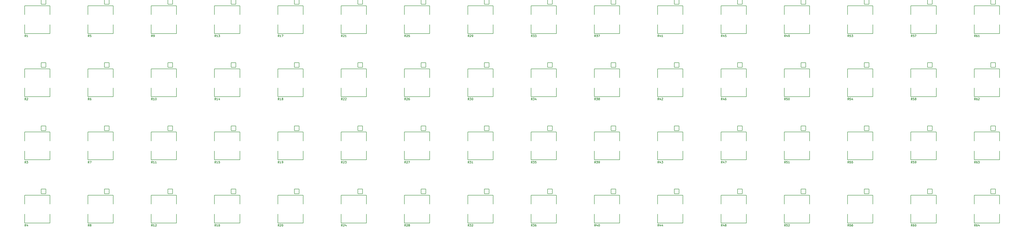
<source format=gto>
G04 #@! TF.GenerationSoftware,KiCad,Pcbnew,9.0.6*
G04 #@! TF.CreationDate,2025-12-16T13:31:53+01:00*
G04 #@! TF.ProjectId,Pots,506f7473-2e6b-4696-9361-645f70636258,rev?*
G04 #@! TF.SameCoordinates,Original*
G04 #@! TF.FileFunction,Legend,Top*
G04 #@! TF.FilePolarity,Positive*
%FSLAX46Y46*%
G04 Gerber Fmt 4.6, Leading zero omitted, Abs format (unit mm)*
G04 Created by KiCad (PCBNEW 9.0.6) date 2025-12-16 13:31:53*
%MOMM*%
%LPD*%
G01*
G04 APERTURE LIST*
G04 Aperture macros list*
%AMRoundRect*
0 Rectangle with rounded corners*
0 $1 Rounding radius*
0 $2 $3 $4 $5 $6 $7 $8 $9 X,Y pos of 4 corners*
0 Add a 4 corners polygon primitive as box body*
4,1,4,$2,$3,$4,$5,$6,$7,$8,$9,$2,$3,0*
0 Add four circle primitives for the rounded corners*
1,1,$1+$1,$2,$3*
1,1,$1+$1,$4,$5*
1,1,$1+$1,$6,$7*
1,1,$1+$1,$8,$9*
0 Add four rect primitives between the rounded corners*
20,1,$1+$1,$2,$3,$4,$5,0*
20,1,$1+$1,$4,$5,$6,$7,0*
20,1,$1+$1,$6,$7,$8,$9,0*
20,1,$1+$1,$8,$9,$2,$3,0*%
G04 Aperture macros list end*
%ADD10C,0.150000*%
%ADD11C,0.152400*%
%ADD12C,4.000000*%
%ADD13RoundRect,0.050800X0.930200X0.930200X-0.930200X0.930200X-0.930200X-0.930200X0.930200X-0.930200X0*%
%ADD14C,1.962000*%
%ADD15C,3.217600*%
G04 APERTURE END LIST*
D10*
X224546303Y-170830295D02*
X224279636Y-170449342D01*
X224089160Y-170830295D02*
X224089160Y-170030295D01*
X224089160Y-170030295D02*
X224393922Y-170030295D01*
X224393922Y-170030295D02*
X224470112Y-170068390D01*
X224470112Y-170068390D02*
X224508207Y-170106485D01*
X224508207Y-170106485D02*
X224546303Y-170182676D01*
X224546303Y-170182676D02*
X224546303Y-170296961D01*
X224546303Y-170296961D02*
X224508207Y-170373152D01*
X224508207Y-170373152D02*
X224470112Y-170411247D01*
X224470112Y-170411247D02*
X224393922Y-170449342D01*
X224393922Y-170449342D02*
X224089160Y-170449342D01*
X225308207Y-170830295D02*
X224851064Y-170830295D01*
X225079636Y-170830295D02*
X225079636Y-170030295D01*
X225079636Y-170030295D02*
X225003445Y-170144580D01*
X225003445Y-170144580D02*
X224927255Y-170220771D01*
X224927255Y-170220771D02*
X224851064Y-170258866D01*
X225574874Y-170030295D02*
X226070112Y-170030295D01*
X226070112Y-170030295D02*
X225803446Y-170335057D01*
X225803446Y-170335057D02*
X225917731Y-170335057D01*
X225917731Y-170335057D02*
X225993922Y-170373152D01*
X225993922Y-170373152D02*
X226032017Y-170411247D01*
X226032017Y-170411247D02*
X226070112Y-170487438D01*
X226070112Y-170487438D02*
X226070112Y-170677914D01*
X226070112Y-170677914D02*
X226032017Y-170754104D01*
X226032017Y-170754104D02*
X225993922Y-170792200D01*
X225993922Y-170792200D02*
X225917731Y-170830295D01*
X225917731Y-170830295D02*
X225689160Y-170830295D01*
X225689160Y-170830295D02*
X225612969Y-170792200D01*
X225612969Y-170792200D02*
X225574874Y-170754104D01*
X324546303Y-170830295D02*
X324279636Y-170449342D01*
X324089160Y-170830295D02*
X324089160Y-170030295D01*
X324089160Y-170030295D02*
X324393922Y-170030295D01*
X324393922Y-170030295D02*
X324470112Y-170068390D01*
X324470112Y-170068390D02*
X324508207Y-170106485D01*
X324508207Y-170106485D02*
X324546303Y-170182676D01*
X324546303Y-170182676D02*
X324546303Y-170296961D01*
X324546303Y-170296961D02*
X324508207Y-170373152D01*
X324508207Y-170373152D02*
X324470112Y-170411247D01*
X324470112Y-170411247D02*
X324393922Y-170449342D01*
X324393922Y-170449342D02*
X324089160Y-170449342D01*
X324851064Y-170106485D02*
X324889160Y-170068390D01*
X324889160Y-170068390D02*
X324965350Y-170030295D01*
X324965350Y-170030295D02*
X325155826Y-170030295D01*
X325155826Y-170030295D02*
X325232017Y-170068390D01*
X325232017Y-170068390D02*
X325270112Y-170106485D01*
X325270112Y-170106485D02*
X325308207Y-170182676D01*
X325308207Y-170182676D02*
X325308207Y-170258866D01*
X325308207Y-170258866D02*
X325270112Y-170373152D01*
X325270112Y-170373152D02*
X324812969Y-170830295D01*
X324812969Y-170830295D02*
X325308207Y-170830295D01*
X325689160Y-170830295D02*
X325841541Y-170830295D01*
X325841541Y-170830295D02*
X325917731Y-170792200D01*
X325917731Y-170792200D02*
X325955827Y-170754104D01*
X325955827Y-170754104D02*
X326032017Y-170639819D01*
X326032017Y-170639819D02*
X326070112Y-170487438D01*
X326070112Y-170487438D02*
X326070112Y-170182676D01*
X326070112Y-170182676D02*
X326032017Y-170106485D01*
X326032017Y-170106485D02*
X325993922Y-170068390D01*
X325993922Y-170068390D02*
X325917731Y-170030295D01*
X325917731Y-170030295D02*
X325765350Y-170030295D01*
X325765350Y-170030295D02*
X325689160Y-170068390D01*
X325689160Y-170068390D02*
X325651065Y-170106485D01*
X325651065Y-170106485D02*
X325612969Y-170182676D01*
X325612969Y-170182676D02*
X325612969Y-170373152D01*
X325612969Y-170373152D02*
X325651065Y-170449342D01*
X325651065Y-170449342D02*
X325689160Y-170487438D01*
X325689160Y-170487438D02*
X325765350Y-170525533D01*
X325765350Y-170525533D02*
X325917731Y-170525533D01*
X325917731Y-170525533D02*
X325993922Y-170487438D01*
X325993922Y-170487438D02*
X326032017Y-170449342D01*
X326032017Y-170449342D02*
X326070112Y-170373152D01*
X274546303Y-195830295D02*
X274279636Y-195449342D01*
X274089160Y-195830295D02*
X274089160Y-195030295D01*
X274089160Y-195030295D02*
X274393922Y-195030295D01*
X274393922Y-195030295D02*
X274470112Y-195068390D01*
X274470112Y-195068390D02*
X274508207Y-195106485D01*
X274508207Y-195106485D02*
X274546303Y-195182676D01*
X274546303Y-195182676D02*
X274546303Y-195296961D01*
X274546303Y-195296961D02*
X274508207Y-195373152D01*
X274508207Y-195373152D02*
X274470112Y-195411247D01*
X274470112Y-195411247D02*
X274393922Y-195449342D01*
X274393922Y-195449342D02*
X274089160Y-195449342D01*
X274851064Y-195106485D02*
X274889160Y-195068390D01*
X274889160Y-195068390D02*
X274965350Y-195030295D01*
X274965350Y-195030295D02*
X275155826Y-195030295D01*
X275155826Y-195030295D02*
X275232017Y-195068390D01*
X275232017Y-195068390D02*
X275270112Y-195106485D01*
X275270112Y-195106485D02*
X275308207Y-195182676D01*
X275308207Y-195182676D02*
X275308207Y-195258866D01*
X275308207Y-195258866D02*
X275270112Y-195373152D01*
X275270112Y-195373152D02*
X274812969Y-195830295D01*
X274812969Y-195830295D02*
X275308207Y-195830295D01*
X275612969Y-195106485D02*
X275651065Y-195068390D01*
X275651065Y-195068390D02*
X275727255Y-195030295D01*
X275727255Y-195030295D02*
X275917731Y-195030295D01*
X275917731Y-195030295D02*
X275993922Y-195068390D01*
X275993922Y-195068390D02*
X276032017Y-195106485D01*
X276032017Y-195106485D02*
X276070112Y-195182676D01*
X276070112Y-195182676D02*
X276070112Y-195258866D01*
X276070112Y-195258866D02*
X276032017Y-195373152D01*
X276032017Y-195373152D02*
X275574874Y-195830295D01*
X275574874Y-195830295D02*
X276070112Y-195830295D01*
X399546303Y-170830295D02*
X399279636Y-170449342D01*
X399089160Y-170830295D02*
X399089160Y-170030295D01*
X399089160Y-170030295D02*
X399393922Y-170030295D01*
X399393922Y-170030295D02*
X399470112Y-170068390D01*
X399470112Y-170068390D02*
X399508207Y-170106485D01*
X399508207Y-170106485D02*
X399546303Y-170182676D01*
X399546303Y-170182676D02*
X399546303Y-170296961D01*
X399546303Y-170296961D02*
X399508207Y-170373152D01*
X399508207Y-170373152D02*
X399470112Y-170411247D01*
X399470112Y-170411247D02*
X399393922Y-170449342D01*
X399393922Y-170449342D02*
X399089160Y-170449342D01*
X400232017Y-170296961D02*
X400232017Y-170830295D01*
X400041541Y-169992200D02*
X399851064Y-170563628D01*
X399851064Y-170563628D02*
X400346303Y-170563628D01*
X401070112Y-170830295D02*
X400612969Y-170830295D01*
X400841541Y-170830295D02*
X400841541Y-170030295D01*
X400841541Y-170030295D02*
X400765350Y-170144580D01*
X400765350Y-170144580D02*
X400689160Y-170220771D01*
X400689160Y-170220771D02*
X400612969Y-170258866D01*
X524546303Y-170830295D02*
X524279636Y-170449342D01*
X524089160Y-170830295D02*
X524089160Y-170030295D01*
X524089160Y-170030295D02*
X524393922Y-170030295D01*
X524393922Y-170030295D02*
X524470112Y-170068390D01*
X524470112Y-170068390D02*
X524508207Y-170106485D01*
X524508207Y-170106485D02*
X524546303Y-170182676D01*
X524546303Y-170182676D02*
X524546303Y-170296961D01*
X524546303Y-170296961D02*
X524508207Y-170373152D01*
X524508207Y-170373152D02*
X524470112Y-170411247D01*
X524470112Y-170411247D02*
X524393922Y-170449342D01*
X524393922Y-170449342D02*
X524089160Y-170449342D01*
X525232017Y-170030295D02*
X525079636Y-170030295D01*
X525079636Y-170030295D02*
X525003445Y-170068390D01*
X525003445Y-170068390D02*
X524965350Y-170106485D01*
X524965350Y-170106485D02*
X524889160Y-170220771D01*
X524889160Y-170220771D02*
X524851064Y-170373152D01*
X524851064Y-170373152D02*
X524851064Y-170677914D01*
X524851064Y-170677914D02*
X524889160Y-170754104D01*
X524889160Y-170754104D02*
X524927255Y-170792200D01*
X524927255Y-170792200D02*
X525003445Y-170830295D01*
X525003445Y-170830295D02*
X525155826Y-170830295D01*
X525155826Y-170830295D02*
X525232017Y-170792200D01*
X525232017Y-170792200D02*
X525270112Y-170754104D01*
X525270112Y-170754104D02*
X525308207Y-170677914D01*
X525308207Y-170677914D02*
X525308207Y-170487438D01*
X525308207Y-170487438D02*
X525270112Y-170411247D01*
X525270112Y-170411247D02*
X525232017Y-170373152D01*
X525232017Y-170373152D02*
X525155826Y-170335057D01*
X525155826Y-170335057D02*
X525003445Y-170335057D01*
X525003445Y-170335057D02*
X524927255Y-170373152D01*
X524927255Y-170373152D02*
X524889160Y-170411247D01*
X524889160Y-170411247D02*
X524851064Y-170487438D01*
X526070112Y-170830295D02*
X525612969Y-170830295D01*
X525841541Y-170830295D02*
X525841541Y-170030295D01*
X525841541Y-170030295D02*
X525765350Y-170144580D01*
X525765350Y-170144580D02*
X525689160Y-170220771D01*
X525689160Y-170220771D02*
X525612969Y-170258866D01*
X424546303Y-245830295D02*
X424279636Y-245449342D01*
X424089160Y-245830295D02*
X424089160Y-245030295D01*
X424089160Y-245030295D02*
X424393922Y-245030295D01*
X424393922Y-245030295D02*
X424470112Y-245068390D01*
X424470112Y-245068390D02*
X424508207Y-245106485D01*
X424508207Y-245106485D02*
X424546303Y-245182676D01*
X424546303Y-245182676D02*
X424546303Y-245296961D01*
X424546303Y-245296961D02*
X424508207Y-245373152D01*
X424508207Y-245373152D02*
X424470112Y-245411247D01*
X424470112Y-245411247D02*
X424393922Y-245449342D01*
X424393922Y-245449342D02*
X424089160Y-245449342D01*
X425232017Y-245296961D02*
X425232017Y-245830295D01*
X425041541Y-244992200D02*
X424851064Y-245563628D01*
X424851064Y-245563628D02*
X425346303Y-245563628D01*
X425765350Y-245373152D02*
X425689160Y-245335057D01*
X425689160Y-245335057D02*
X425651065Y-245296961D01*
X425651065Y-245296961D02*
X425612969Y-245220771D01*
X425612969Y-245220771D02*
X425612969Y-245182676D01*
X425612969Y-245182676D02*
X425651065Y-245106485D01*
X425651065Y-245106485D02*
X425689160Y-245068390D01*
X425689160Y-245068390D02*
X425765350Y-245030295D01*
X425765350Y-245030295D02*
X425917731Y-245030295D01*
X425917731Y-245030295D02*
X425993922Y-245068390D01*
X425993922Y-245068390D02*
X426032017Y-245106485D01*
X426032017Y-245106485D02*
X426070112Y-245182676D01*
X426070112Y-245182676D02*
X426070112Y-245220771D01*
X426070112Y-245220771D02*
X426032017Y-245296961D01*
X426032017Y-245296961D02*
X425993922Y-245335057D01*
X425993922Y-245335057D02*
X425917731Y-245373152D01*
X425917731Y-245373152D02*
X425765350Y-245373152D01*
X425765350Y-245373152D02*
X425689160Y-245411247D01*
X425689160Y-245411247D02*
X425651065Y-245449342D01*
X425651065Y-245449342D02*
X425612969Y-245525533D01*
X425612969Y-245525533D02*
X425612969Y-245677914D01*
X425612969Y-245677914D02*
X425651065Y-245754104D01*
X425651065Y-245754104D02*
X425689160Y-245792200D01*
X425689160Y-245792200D02*
X425765350Y-245830295D01*
X425765350Y-245830295D02*
X425917731Y-245830295D01*
X425917731Y-245830295D02*
X425993922Y-245792200D01*
X425993922Y-245792200D02*
X426032017Y-245754104D01*
X426032017Y-245754104D02*
X426070112Y-245677914D01*
X426070112Y-245677914D02*
X426070112Y-245525533D01*
X426070112Y-245525533D02*
X426032017Y-245449342D01*
X426032017Y-245449342D02*
X425993922Y-245411247D01*
X425993922Y-245411247D02*
X425917731Y-245373152D01*
X299546303Y-170830295D02*
X299279636Y-170449342D01*
X299089160Y-170830295D02*
X299089160Y-170030295D01*
X299089160Y-170030295D02*
X299393922Y-170030295D01*
X299393922Y-170030295D02*
X299470112Y-170068390D01*
X299470112Y-170068390D02*
X299508207Y-170106485D01*
X299508207Y-170106485D02*
X299546303Y-170182676D01*
X299546303Y-170182676D02*
X299546303Y-170296961D01*
X299546303Y-170296961D02*
X299508207Y-170373152D01*
X299508207Y-170373152D02*
X299470112Y-170411247D01*
X299470112Y-170411247D02*
X299393922Y-170449342D01*
X299393922Y-170449342D02*
X299089160Y-170449342D01*
X299851064Y-170106485D02*
X299889160Y-170068390D01*
X299889160Y-170068390D02*
X299965350Y-170030295D01*
X299965350Y-170030295D02*
X300155826Y-170030295D01*
X300155826Y-170030295D02*
X300232017Y-170068390D01*
X300232017Y-170068390D02*
X300270112Y-170106485D01*
X300270112Y-170106485D02*
X300308207Y-170182676D01*
X300308207Y-170182676D02*
X300308207Y-170258866D01*
X300308207Y-170258866D02*
X300270112Y-170373152D01*
X300270112Y-170373152D02*
X299812969Y-170830295D01*
X299812969Y-170830295D02*
X300308207Y-170830295D01*
X301032017Y-170030295D02*
X300651065Y-170030295D01*
X300651065Y-170030295D02*
X300612969Y-170411247D01*
X300612969Y-170411247D02*
X300651065Y-170373152D01*
X300651065Y-170373152D02*
X300727255Y-170335057D01*
X300727255Y-170335057D02*
X300917731Y-170335057D01*
X300917731Y-170335057D02*
X300993922Y-170373152D01*
X300993922Y-170373152D02*
X301032017Y-170411247D01*
X301032017Y-170411247D02*
X301070112Y-170487438D01*
X301070112Y-170487438D02*
X301070112Y-170677914D01*
X301070112Y-170677914D02*
X301032017Y-170754104D01*
X301032017Y-170754104D02*
X300993922Y-170792200D01*
X300993922Y-170792200D02*
X300917731Y-170830295D01*
X300917731Y-170830295D02*
X300727255Y-170830295D01*
X300727255Y-170830295D02*
X300651065Y-170792200D01*
X300651065Y-170792200D02*
X300612969Y-170754104D01*
X174546303Y-195830295D02*
X174279636Y-195449342D01*
X174089160Y-195830295D02*
X174089160Y-195030295D01*
X174089160Y-195030295D02*
X174393922Y-195030295D01*
X174393922Y-195030295D02*
X174470112Y-195068390D01*
X174470112Y-195068390D02*
X174508207Y-195106485D01*
X174508207Y-195106485D02*
X174546303Y-195182676D01*
X174546303Y-195182676D02*
X174546303Y-195296961D01*
X174546303Y-195296961D02*
X174508207Y-195373152D01*
X174508207Y-195373152D02*
X174470112Y-195411247D01*
X174470112Y-195411247D02*
X174393922Y-195449342D01*
X174393922Y-195449342D02*
X174089160Y-195449342D01*
X175232017Y-195030295D02*
X175079636Y-195030295D01*
X175079636Y-195030295D02*
X175003445Y-195068390D01*
X175003445Y-195068390D02*
X174965350Y-195106485D01*
X174965350Y-195106485D02*
X174889160Y-195220771D01*
X174889160Y-195220771D02*
X174851064Y-195373152D01*
X174851064Y-195373152D02*
X174851064Y-195677914D01*
X174851064Y-195677914D02*
X174889160Y-195754104D01*
X174889160Y-195754104D02*
X174927255Y-195792200D01*
X174927255Y-195792200D02*
X175003445Y-195830295D01*
X175003445Y-195830295D02*
X175155826Y-195830295D01*
X175155826Y-195830295D02*
X175232017Y-195792200D01*
X175232017Y-195792200D02*
X175270112Y-195754104D01*
X175270112Y-195754104D02*
X175308207Y-195677914D01*
X175308207Y-195677914D02*
X175308207Y-195487438D01*
X175308207Y-195487438D02*
X175270112Y-195411247D01*
X175270112Y-195411247D02*
X175232017Y-195373152D01*
X175232017Y-195373152D02*
X175155826Y-195335057D01*
X175155826Y-195335057D02*
X175003445Y-195335057D01*
X175003445Y-195335057D02*
X174927255Y-195373152D01*
X174927255Y-195373152D02*
X174889160Y-195411247D01*
X174889160Y-195411247D02*
X174851064Y-195487438D01*
X149546303Y-195830295D02*
X149279636Y-195449342D01*
X149089160Y-195830295D02*
X149089160Y-195030295D01*
X149089160Y-195030295D02*
X149393922Y-195030295D01*
X149393922Y-195030295D02*
X149470112Y-195068390D01*
X149470112Y-195068390D02*
X149508207Y-195106485D01*
X149508207Y-195106485D02*
X149546303Y-195182676D01*
X149546303Y-195182676D02*
X149546303Y-195296961D01*
X149546303Y-195296961D02*
X149508207Y-195373152D01*
X149508207Y-195373152D02*
X149470112Y-195411247D01*
X149470112Y-195411247D02*
X149393922Y-195449342D01*
X149393922Y-195449342D02*
X149089160Y-195449342D01*
X149851064Y-195106485D02*
X149889160Y-195068390D01*
X149889160Y-195068390D02*
X149965350Y-195030295D01*
X149965350Y-195030295D02*
X150155826Y-195030295D01*
X150155826Y-195030295D02*
X150232017Y-195068390D01*
X150232017Y-195068390D02*
X150270112Y-195106485D01*
X150270112Y-195106485D02*
X150308207Y-195182676D01*
X150308207Y-195182676D02*
X150308207Y-195258866D01*
X150308207Y-195258866D02*
X150270112Y-195373152D01*
X150270112Y-195373152D02*
X149812969Y-195830295D01*
X149812969Y-195830295D02*
X150308207Y-195830295D01*
X474546303Y-245830295D02*
X474279636Y-245449342D01*
X474089160Y-245830295D02*
X474089160Y-245030295D01*
X474089160Y-245030295D02*
X474393922Y-245030295D01*
X474393922Y-245030295D02*
X474470112Y-245068390D01*
X474470112Y-245068390D02*
X474508207Y-245106485D01*
X474508207Y-245106485D02*
X474546303Y-245182676D01*
X474546303Y-245182676D02*
X474546303Y-245296961D01*
X474546303Y-245296961D02*
X474508207Y-245373152D01*
X474508207Y-245373152D02*
X474470112Y-245411247D01*
X474470112Y-245411247D02*
X474393922Y-245449342D01*
X474393922Y-245449342D02*
X474089160Y-245449342D01*
X475270112Y-245030295D02*
X474889160Y-245030295D01*
X474889160Y-245030295D02*
X474851064Y-245411247D01*
X474851064Y-245411247D02*
X474889160Y-245373152D01*
X474889160Y-245373152D02*
X474965350Y-245335057D01*
X474965350Y-245335057D02*
X475155826Y-245335057D01*
X475155826Y-245335057D02*
X475232017Y-245373152D01*
X475232017Y-245373152D02*
X475270112Y-245411247D01*
X475270112Y-245411247D02*
X475308207Y-245487438D01*
X475308207Y-245487438D02*
X475308207Y-245677914D01*
X475308207Y-245677914D02*
X475270112Y-245754104D01*
X475270112Y-245754104D02*
X475232017Y-245792200D01*
X475232017Y-245792200D02*
X475155826Y-245830295D01*
X475155826Y-245830295D02*
X474965350Y-245830295D01*
X474965350Y-245830295D02*
X474889160Y-245792200D01*
X474889160Y-245792200D02*
X474851064Y-245754104D01*
X475993922Y-245030295D02*
X475841541Y-245030295D01*
X475841541Y-245030295D02*
X475765350Y-245068390D01*
X475765350Y-245068390D02*
X475727255Y-245106485D01*
X475727255Y-245106485D02*
X475651065Y-245220771D01*
X475651065Y-245220771D02*
X475612969Y-245373152D01*
X475612969Y-245373152D02*
X475612969Y-245677914D01*
X475612969Y-245677914D02*
X475651065Y-245754104D01*
X475651065Y-245754104D02*
X475689160Y-245792200D01*
X475689160Y-245792200D02*
X475765350Y-245830295D01*
X475765350Y-245830295D02*
X475917731Y-245830295D01*
X475917731Y-245830295D02*
X475993922Y-245792200D01*
X475993922Y-245792200D02*
X476032017Y-245754104D01*
X476032017Y-245754104D02*
X476070112Y-245677914D01*
X476070112Y-245677914D02*
X476070112Y-245487438D01*
X476070112Y-245487438D02*
X476032017Y-245411247D01*
X476032017Y-245411247D02*
X475993922Y-245373152D01*
X475993922Y-245373152D02*
X475917731Y-245335057D01*
X475917731Y-245335057D02*
X475765350Y-245335057D01*
X475765350Y-245335057D02*
X475689160Y-245373152D01*
X475689160Y-245373152D02*
X475651065Y-245411247D01*
X475651065Y-245411247D02*
X475612969Y-245487438D01*
X199546303Y-220830295D02*
X199279636Y-220449342D01*
X199089160Y-220830295D02*
X199089160Y-220030295D01*
X199089160Y-220030295D02*
X199393922Y-220030295D01*
X199393922Y-220030295D02*
X199470112Y-220068390D01*
X199470112Y-220068390D02*
X199508207Y-220106485D01*
X199508207Y-220106485D02*
X199546303Y-220182676D01*
X199546303Y-220182676D02*
X199546303Y-220296961D01*
X199546303Y-220296961D02*
X199508207Y-220373152D01*
X199508207Y-220373152D02*
X199470112Y-220411247D01*
X199470112Y-220411247D02*
X199393922Y-220449342D01*
X199393922Y-220449342D02*
X199089160Y-220449342D01*
X200308207Y-220830295D02*
X199851064Y-220830295D01*
X200079636Y-220830295D02*
X200079636Y-220030295D01*
X200079636Y-220030295D02*
X200003445Y-220144580D01*
X200003445Y-220144580D02*
X199927255Y-220220771D01*
X199927255Y-220220771D02*
X199851064Y-220258866D01*
X201070112Y-220830295D02*
X200612969Y-220830295D01*
X200841541Y-220830295D02*
X200841541Y-220030295D01*
X200841541Y-220030295D02*
X200765350Y-220144580D01*
X200765350Y-220144580D02*
X200689160Y-220220771D01*
X200689160Y-220220771D02*
X200612969Y-220258866D01*
X349546303Y-170830295D02*
X349279636Y-170449342D01*
X349089160Y-170830295D02*
X349089160Y-170030295D01*
X349089160Y-170030295D02*
X349393922Y-170030295D01*
X349393922Y-170030295D02*
X349470112Y-170068390D01*
X349470112Y-170068390D02*
X349508207Y-170106485D01*
X349508207Y-170106485D02*
X349546303Y-170182676D01*
X349546303Y-170182676D02*
X349546303Y-170296961D01*
X349546303Y-170296961D02*
X349508207Y-170373152D01*
X349508207Y-170373152D02*
X349470112Y-170411247D01*
X349470112Y-170411247D02*
X349393922Y-170449342D01*
X349393922Y-170449342D02*
X349089160Y-170449342D01*
X349812969Y-170030295D02*
X350308207Y-170030295D01*
X350308207Y-170030295D02*
X350041541Y-170335057D01*
X350041541Y-170335057D02*
X350155826Y-170335057D01*
X350155826Y-170335057D02*
X350232017Y-170373152D01*
X350232017Y-170373152D02*
X350270112Y-170411247D01*
X350270112Y-170411247D02*
X350308207Y-170487438D01*
X350308207Y-170487438D02*
X350308207Y-170677914D01*
X350308207Y-170677914D02*
X350270112Y-170754104D01*
X350270112Y-170754104D02*
X350232017Y-170792200D01*
X350232017Y-170792200D02*
X350155826Y-170830295D01*
X350155826Y-170830295D02*
X349927255Y-170830295D01*
X349927255Y-170830295D02*
X349851064Y-170792200D01*
X349851064Y-170792200D02*
X349812969Y-170754104D01*
X350574874Y-170030295D02*
X351070112Y-170030295D01*
X351070112Y-170030295D02*
X350803446Y-170335057D01*
X350803446Y-170335057D02*
X350917731Y-170335057D01*
X350917731Y-170335057D02*
X350993922Y-170373152D01*
X350993922Y-170373152D02*
X351032017Y-170411247D01*
X351032017Y-170411247D02*
X351070112Y-170487438D01*
X351070112Y-170487438D02*
X351070112Y-170677914D01*
X351070112Y-170677914D02*
X351032017Y-170754104D01*
X351032017Y-170754104D02*
X350993922Y-170792200D01*
X350993922Y-170792200D02*
X350917731Y-170830295D01*
X350917731Y-170830295D02*
X350689160Y-170830295D01*
X350689160Y-170830295D02*
X350612969Y-170792200D01*
X350612969Y-170792200D02*
X350574874Y-170754104D01*
X499546303Y-245830295D02*
X499279636Y-245449342D01*
X499089160Y-245830295D02*
X499089160Y-245030295D01*
X499089160Y-245030295D02*
X499393922Y-245030295D01*
X499393922Y-245030295D02*
X499470112Y-245068390D01*
X499470112Y-245068390D02*
X499508207Y-245106485D01*
X499508207Y-245106485D02*
X499546303Y-245182676D01*
X499546303Y-245182676D02*
X499546303Y-245296961D01*
X499546303Y-245296961D02*
X499508207Y-245373152D01*
X499508207Y-245373152D02*
X499470112Y-245411247D01*
X499470112Y-245411247D02*
X499393922Y-245449342D01*
X499393922Y-245449342D02*
X499089160Y-245449342D01*
X500232017Y-245030295D02*
X500079636Y-245030295D01*
X500079636Y-245030295D02*
X500003445Y-245068390D01*
X500003445Y-245068390D02*
X499965350Y-245106485D01*
X499965350Y-245106485D02*
X499889160Y-245220771D01*
X499889160Y-245220771D02*
X499851064Y-245373152D01*
X499851064Y-245373152D02*
X499851064Y-245677914D01*
X499851064Y-245677914D02*
X499889160Y-245754104D01*
X499889160Y-245754104D02*
X499927255Y-245792200D01*
X499927255Y-245792200D02*
X500003445Y-245830295D01*
X500003445Y-245830295D02*
X500155826Y-245830295D01*
X500155826Y-245830295D02*
X500232017Y-245792200D01*
X500232017Y-245792200D02*
X500270112Y-245754104D01*
X500270112Y-245754104D02*
X500308207Y-245677914D01*
X500308207Y-245677914D02*
X500308207Y-245487438D01*
X500308207Y-245487438D02*
X500270112Y-245411247D01*
X500270112Y-245411247D02*
X500232017Y-245373152D01*
X500232017Y-245373152D02*
X500155826Y-245335057D01*
X500155826Y-245335057D02*
X500003445Y-245335057D01*
X500003445Y-245335057D02*
X499927255Y-245373152D01*
X499927255Y-245373152D02*
X499889160Y-245411247D01*
X499889160Y-245411247D02*
X499851064Y-245487438D01*
X500803446Y-245030295D02*
X500879636Y-245030295D01*
X500879636Y-245030295D02*
X500955827Y-245068390D01*
X500955827Y-245068390D02*
X500993922Y-245106485D01*
X500993922Y-245106485D02*
X501032017Y-245182676D01*
X501032017Y-245182676D02*
X501070112Y-245335057D01*
X501070112Y-245335057D02*
X501070112Y-245525533D01*
X501070112Y-245525533D02*
X501032017Y-245677914D01*
X501032017Y-245677914D02*
X500993922Y-245754104D01*
X500993922Y-245754104D02*
X500955827Y-245792200D01*
X500955827Y-245792200D02*
X500879636Y-245830295D01*
X500879636Y-245830295D02*
X500803446Y-245830295D01*
X500803446Y-245830295D02*
X500727255Y-245792200D01*
X500727255Y-245792200D02*
X500689160Y-245754104D01*
X500689160Y-245754104D02*
X500651065Y-245677914D01*
X500651065Y-245677914D02*
X500612969Y-245525533D01*
X500612969Y-245525533D02*
X500612969Y-245335057D01*
X500612969Y-245335057D02*
X500651065Y-245182676D01*
X500651065Y-245182676D02*
X500689160Y-245106485D01*
X500689160Y-245106485D02*
X500727255Y-245068390D01*
X500727255Y-245068390D02*
X500803446Y-245030295D01*
X524546303Y-245830295D02*
X524279636Y-245449342D01*
X524089160Y-245830295D02*
X524089160Y-245030295D01*
X524089160Y-245030295D02*
X524393922Y-245030295D01*
X524393922Y-245030295D02*
X524470112Y-245068390D01*
X524470112Y-245068390D02*
X524508207Y-245106485D01*
X524508207Y-245106485D02*
X524546303Y-245182676D01*
X524546303Y-245182676D02*
X524546303Y-245296961D01*
X524546303Y-245296961D02*
X524508207Y-245373152D01*
X524508207Y-245373152D02*
X524470112Y-245411247D01*
X524470112Y-245411247D02*
X524393922Y-245449342D01*
X524393922Y-245449342D02*
X524089160Y-245449342D01*
X525232017Y-245030295D02*
X525079636Y-245030295D01*
X525079636Y-245030295D02*
X525003445Y-245068390D01*
X525003445Y-245068390D02*
X524965350Y-245106485D01*
X524965350Y-245106485D02*
X524889160Y-245220771D01*
X524889160Y-245220771D02*
X524851064Y-245373152D01*
X524851064Y-245373152D02*
X524851064Y-245677914D01*
X524851064Y-245677914D02*
X524889160Y-245754104D01*
X524889160Y-245754104D02*
X524927255Y-245792200D01*
X524927255Y-245792200D02*
X525003445Y-245830295D01*
X525003445Y-245830295D02*
X525155826Y-245830295D01*
X525155826Y-245830295D02*
X525232017Y-245792200D01*
X525232017Y-245792200D02*
X525270112Y-245754104D01*
X525270112Y-245754104D02*
X525308207Y-245677914D01*
X525308207Y-245677914D02*
X525308207Y-245487438D01*
X525308207Y-245487438D02*
X525270112Y-245411247D01*
X525270112Y-245411247D02*
X525232017Y-245373152D01*
X525232017Y-245373152D02*
X525155826Y-245335057D01*
X525155826Y-245335057D02*
X525003445Y-245335057D01*
X525003445Y-245335057D02*
X524927255Y-245373152D01*
X524927255Y-245373152D02*
X524889160Y-245411247D01*
X524889160Y-245411247D02*
X524851064Y-245487438D01*
X525993922Y-245296961D02*
X525993922Y-245830295D01*
X525803446Y-244992200D02*
X525612969Y-245563628D01*
X525612969Y-245563628D02*
X526108208Y-245563628D01*
X374546303Y-220830295D02*
X374279636Y-220449342D01*
X374089160Y-220830295D02*
X374089160Y-220030295D01*
X374089160Y-220030295D02*
X374393922Y-220030295D01*
X374393922Y-220030295D02*
X374470112Y-220068390D01*
X374470112Y-220068390D02*
X374508207Y-220106485D01*
X374508207Y-220106485D02*
X374546303Y-220182676D01*
X374546303Y-220182676D02*
X374546303Y-220296961D01*
X374546303Y-220296961D02*
X374508207Y-220373152D01*
X374508207Y-220373152D02*
X374470112Y-220411247D01*
X374470112Y-220411247D02*
X374393922Y-220449342D01*
X374393922Y-220449342D02*
X374089160Y-220449342D01*
X374812969Y-220030295D02*
X375308207Y-220030295D01*
X375308207Y-220030295D02*
X375041541Y-220335057D01*
X375041541Y-220335057D02*
X375155826Y-220335057D01*
X375155826Y-220335057D02*
X375232017Y-220373152D01*
X375232017Y-220373152D02*
X375270112Y-220411247D01*
X375270112Y-220411247D02*
X375308207Y-220487438D01*
X375308207Y-220487438D02*
X375308207Y-220677914D01*
X375308207Y-220677914D02*
X375270112Y-220754104D01*
X375270112Y-220754104D02*
X375232017Y-220792200D01*
X375232017Y-220792200D02*
X375155826Y-220830295D01*
X375155826Y-220830295D02*
X374927255Y-220830295D01*
X374927255Y-220830295D02*
X374851064Y-220792200D01*
X374851064Y-220792200D02*
X374812969Y-220754104D01*
X375689160Y-220830295D02*
X375841541Y-220830295D01*
X375841541Y-220830295D02*
X375917731Y-220792200D01*
X375917731Y-220792200D02*
X375955827Y-220754104D01*
X375955827Y-220754104D02*
X376032017Y-220639819D01*
X376032017Y-220639819D02*
X376070112Y-220487438D01*
X376070112Y-220487438D02*
X376070112Y-220182676D01*
X376070112Y-220182676D02*
X376032017Y-220106485D01*
X376032017Y-220106485D02*
X375993922Y-220068390D01*
X375993922Y-220068390D02*
X375917731Y-220030295D01*
X375917731Y-220030295D02*
X375765350Y-220030295D01*
X375765350Y-220030295D02*
X375689160Y-220068390D01*
X375689160Y-220068390D02*
X375651065Y-220106485D01*
X375651065Y-220106485D02*
X375612969Y-220182676D01*
X375612969Y-220182676D02*
X375612969Y-220373152D01*
X375612969Y-220373152D02*
X375651065Y-220449342D01*
X375651065Y-220449342D02*
X375689160Y-220487438D01*
X375689160Y-220487438D02*
X375765350Y-220525533D01*
X375765350Y-220525533D02*
X375917731Y-220525533D01*
X375917731Y-220525533D02*
X375993922Y-220487438D01*
X375993922Y-220487438D02*
X376032017Y-220449342D01*
X376032017Y-220449342D02*
X376070112Y-220373152D01*
X474546303Y-220830295D02*
X474279636Y-220449342D01*
X474089160Y-220830295D02*
X474089160Y-220030295D01*
X474089160Y-220030295D02*
X474393922Y-220030295D01*
X474393922Y-220030295D02*
X474470112Y-220068390D01*
X474470112Y-220068390D02*
X474508207Y-220106485D01*
X474508207Y-220106485D02*
X474546303Y-220182676D01*
X474546303Y-220182676D02*
X474546303Y-220296961D01*
X474546303Y-220296961D02*
X474508207Y-220373152D01*
X474508207Y-220373152D02*
X474470112Y-220411247D01*
X474470112Y-220411247D02*
X474393922Y-220449342D01*
X474393922Y-220449342D02*
X474089160Y-220449342D01*
X475270112Y-220030295D02*
X474889160Y-220030295D01*
X474889160Y-220030295D02*
X474851064Y-220411247D01*
X474851064Y-220411247D02*
X474889160Y-220373152D01*
X474889160Y-220373152D02*
X474965350Y-220335057D01*
X474965350Y-220335057D02*
X475155826Y-220335057D01*
X475155826Y-220335057D02*
X475232017Y-220373152D01*
X475232017Y-220373152D02*
X475270112Y-220411247D01*
X475270112Y-220411247D02*
X475308207Y-220487438D01*
X475308207Y-220487438D02*
X475308207Y-220677914D01*
X475308207Y-220677914D02*
X475270112Y-220754104D01*
X475270112Y-220754104D02*
X475232017Y-220792200D01*
X475232017Y-220792200D02*
X475155826Y-220830295D01*
X475155826Y-220830295D02*
X474965350Y-220830295D01*
X474965350Y-220830295D02*
X474889160Y-220792200D01*
X474889160Y-220792200D02*
X474851064Y-220754104D01*
X476032017Y-220030295D02*
X475651065Y-220030295D01*
X475651065Y-220030295D02*
X475612969Y-220411247D01*
X475612969Y-220411247D02*
X475651065Y-220373152D01*
X475651065Y-220373152D02*
X475727255Y-220335057D01*
X475727255Y-220335057D02*
X475917731Y-220335057D01*
X475917731Y-220335057D02*
X475993922Y-220373152D01*
X475993922Y-220373152D02*
X476032017Y-220411247D01*
X476032017Y-220411247D02*
X476070112Y-220487438D01*
X476070112Y-220487438D02*
X476070112Y-220677914D01*
X476070112Y-220677914D02*
X476032017Y-220754104D01*
X476032017Y-220754104D02*
X475993922Y-220792200D01*
X475993922Y-220792200D02*
X475917731Y-220830295D01*
X475917731Y-220830295D02*
X475727255Y-220830295D01*
X475727255Y-220830295D02*
X475651065Y-220792200D01*
X475651065Y-220792200D02*
X475612969Y-220754104D01*
X449546303Y-195830295D02*
X449279636Y-195449342D01*
X449089160Y-195830295D02*
X449089160Y-195030295D01*
X449089160Y-195030295D02*
X449393922Y-195030295D01*
X449393922Y-195030295D02*
X449470112Y-195068390D01*
X449470112Y-195068390D02*
X449508207Y-195106485D01*
X449508207Y-195106485D02*
X449546303Y-195182676D01*
X449546303Y-195182676D02*
X449546303Y-195296961D01*
X449546303Y-195296961D02*
X449508207Y-195373152D01*
X449508207Y-195373152D02*
X449470112Y-195411247D01*
X449470112Y-195411247D02*
X449393922Y-195449342D01*
X449393922Y-195449342D02*
X449089160Y-195449342D01*
X450270112Y-195030295D02*
X449889160Y-195030295D01*
X449889160Y-195030295D02*
X449851064Y-195411247D01*
X449851064Y-195411247D02*
X449889160Y-195373152D01*
X449889160Y-195373152D02*
X449965350Y-195335057D01*
X449965350Y-195335057D02*
X450155826Y-195335057D01*
X450155826Y-195335057D02*
X450232017Y-195373152D01*
X450232017Y-195373152D02*
X450270112Y-195411247D01*
X450270112Y-195411247D02*
X450308207Y-195487438D01*
X450308207Y-195487438D02*
X450308207Y-195677914D01*
X450308207Y-195677914D02*
X450270112Y-195754104D01*
X450270112Y-195754104D02*
X450232017Y-195792200D01*
X450232017Y-195792200D02*
X450155826Y-195830295D01*
X450155826Y-195830295D02*
X449965350Y-195830295D01*
X449965350Y-195830295D02*
X449889160Y-195792200D01*
X449889160Y-195792200D02*
X449851064Y-195754104D01*
X450803446Y-195030295D02*
X450879636Y-195030295D01*
X450879636Y-195030295D02*
X450955827Y-195068390D01*
X450955827Y-195068390D02*
X450993922Y-195106485D01*
X450993922Y-195106485D02*
X451032017Y-195182676D01*
X451032017Y-195182676D02*
X451070112Y-195335057D01*
X451070112Y-195335057D02*
X451070112Y-195525533D01*
X451070112Y-195525533D02*
X451032017Y-195677914D01*
X451032017Y-195677914D02*
X450993922Y-195754104D01*
X450993922Y-195754104D02*
X450955827Y-195792200D01*
X450955827Y-195792200D02*
X450879636Y-195830295D01*
X450879636Y-195830295D02*
X450803446Y-195830295D01*
X450803446Y-195830295D02*
X450727255Y-195792200D01*
X450727255Y-195792200D02*
X450689160Y-195754104D01*
X450689160Y-195754104D02*
X450651065Y-195677914D01*
X450651065Y-195677914D02*
X450612969Y-195525533D01*
X450612969Y-195525533D02*
X450612969Y-195335057D01*
X450612969Y-195335057D02*
X450651065Y-195182676D01*
X450651065Y-195182676D02*
X450689160Y-195106485D01*
X450689160Y-195106485D02*
X450727255Y-195068390D01*
X450727255Y-195068390D02*
X450803446Y-195030295D01*
X174546303Y-245830295D02*
X174279636Y-245449342D01*
X174089160Y-245830295D02*
X174089160Y-245030295D01*
X174089160Y-245030295D02*
X174393922Y-245030295D01*
X174393922Y-245030295D02*
X174470112Y-245068390D01*
X174470112Y-245068390D02*
X174508207Y-245106485D01*
X174508207Y-245106485D02*
X174546303Y-245182676D01*
X174546303Y-245182676D02*
X174546303Y-245296961D01*
X174546303Y-245296961D02*
X174508207Y-245373152D01*
X174508207Y-245373152D02*
X174470112Y-245411247D01*
X174470112Y-245411247D02*
X174393922Y-245449342D01*
X174393922Y-245449342D02*
X174089160Y-245449342D01*
X175003445Y-245373152D02*
X174927255Y-245335057D01*
X174927255Y-245335057D02*
X174889160Y-245296961D01*
X174889160Y-245296961D02*
X174851064Y-245220771D01*
X174851064Y-245220771D02*
X174851064Y-245182676D01*
X174851064Y-245182676D02*
X174889160Y-245106485D01*
X174889160Y-245106485D02*
X174927255Y-245068390D01*
X174927255Y-245068390D02*
X175003445Y-245030295D01*
X175003445Y-245030295D02*
X175155826Y-245030295D01*
X175155826Y-245030295D02*
X175232017Y-245068390D01*
X175232017Y-245068390D02*
X175270112Y-245106485D01*
X175270112Y-245106485D02*
X175308207Y-245182676D01*
X175308207Y-245182676D02*
X175308207Y-245220771D01*
X175308207Y-245220771D02*
X175270112Y-245296961D01*
X175270112Y-245296961D02*
X175232017Y-245335057D01*
X175232017Y-245335057D02*
X175155826Y-245373152D01*
X175155826Y-245373152D02*
X175003445Y-245373152D01*
X175003445Y-245373152D02*
X174927255Y-245411247D01*
X174927255Y-245411247D02*
X174889160Y-245449342D01*
X174889160Y-245449342D02*
X174851064Y-245525533D01*
X174851064Y-245525533D02*
X174851064Y-245677914D01*
X174851064Y-245677914D02*
X174889160Y-245754104D01*
X174889160Y-245754104D02*
X174927255Y-245792200D01*
X174927255Y-245792200D02*
X175003445Y-245830295D01*
X175003445Y-245830295D02*
X175155826Y-245830295D01*
X175155826Y-245830295D02*
X175232017Y-245792200D01*
X175232017Y-245792200D02*
X175270112Y-245754104D01*
X175270112Y-245754104D02*
X175308207Y-245677914D01*
X175308207Y-245677914D02*
X175308207Y-245525533D01*
X175308207Y-245525533D02*
X175270112Y-245449342D01*
X175270112Y-245449342D02*
X175232017Y-245411247D01*
X175232017Y-245411247D02*
X175155826Y-245373152D01*
X174546303Y-220830295D02*
X174279636Y-220449342D01*
X174089160Y-220830295D02*
X174089160Y-220030295D01*
X174089160Y-220030295D02*
X174393922Y-220030295D01*
X174393922Y-220030295D02*
X174470112Y-220068390D01*
X174470112Y-220068390D02*
X174508207Y-220106485D01*
X174508207Y-220106485D02*
X174546303Y-220182676D01*
X174546303Y-220182676D02*
X174546303Y-220296961D01*
X174546303Y-220296961D02*
X174508207Y-220373152D01*
X174508207Y-220373152D02*
X174470112Y-220411247D01*
X174470112Y-220411247D02*
X174393922Y-220449342D01*
X174393922Y-220449342D02*
X174089160Y-220449342D01*
X174812969Y-220030295D02*
X175346303Y-220030295D01*
X175346303Y-220030295D02*
X175003445Y-220830295D01*
X274546303Y-245830295D02*
X274279636Y-245449342D01*
X274089160Y-245830295D02*
X274089160Y-245030295D01*
X274089160Y-245030295D02*
X274393922Y-245030295D01*
X274393922Y-245030295D02*
X274470112Y-245068390D01*
X274470112Y-245068390D02*
X274508207Y-245106485D01*
X274508207Y-245106485D02*
X274546303Y-245182676D01*
X274546303Y-245182676D02*
X274546303Y-245296961D01*
X274546303Y-245296961D02*
X274508207Y-245373152D01*
X274508207Y-245373152D02*
X274470112Y-245411247D01*
X274470112Y-245411247D02*
X274393922Y-245449342D01*
X274393922Y-245449342D02*
X274089160Y-245449342D01*
X274851064Y-245106485D02*
X274889160Y-245068390D01*
X274889160Y-245068390D02*
X274965350Y-245030295D01*
X274965350Y-245030295D02*
X275155826Y-245030295D01*
X275155826Y-245030295D02*
X275232017Y-245068390D01*
X275232017Y-245068390D02*
X275270112Y-245106485D01*
X275270112Y-245106485D02*
X275308207Y-245182676D01*
X275308207Y-245182676D02*
X275308207Y-245258866D01*
X275308207Y-245258866D02*
X275270112Y-245373152D01*
X275270112Y-245373152D02*
X274812969Y-245830295D01*
X274812969Y-245830295D02*
X275308207Y-245830295D01*
X275993922Y-245296961D02*
X275993922Y-245830295D01*
X275803446Y-244992200D02*
X275612969Y-245563628D01*
X275612969Y-245563628D02*
X276108208Y-245563628D01*
X374546303Y-170830295D02*
X374279636Y-170449342D01*
X374089160Y-170830295D02*
X374089160Y-170030295D01*
X374089160Y-170030295D02*
X374393922Y-170030295D01*
X374393922Y-170030295D02*
X374470112Y-170068390D01*
X374470112Y-170068390D02*
X374508207Y-170106485D01*
X374508207Y-170106485D02*
X374546303Y-170182676D01*
X374546303Y-170182676D02*
X374546303Y-170296961D01*
X374546303Y-170296961D02*
X374508207Y-170373152D01*
X374508207Y-170373152D02*
X374470112Y-170411247D01*
X374470112Y-170411247D02*
X374393922Y-170449342D01*
X374393922Y-170449342D02*
X374089160Y-170449342D01*
X374812969Y-170030295D02*
X375308207Y-170030295D01*
X375308207Y-170030295D02*
X375041541Y-170335057D01*
X375041541Y-170335057D02*
X375155826Y-170335057D01*
X375155826Y-170335057D02*
X375232017Y-170373152D01*
X375232017Y-170373152D02*
X375270112Y-170411247D01*
X375270112Y-170411247D02*
X375308207Y-170487438D01*
X375308207Y-170487438D02*
X375308207Y-170677914D01*
X375308207Y-170677914D02*
X375270112Y-170754104D01*
X375270112Y-170754104D02*
X375232017Y-170792200D01*
X375232017Y-170792200D02*
X375155826Y-170830295D01*
X375155826Y-170830295D02*
X374927255Y-170830295D01*
X374927255Y-170830295D02*
X374851064Y-170792200D01*
X374851064Y-170792200D02*
X374812969Y-170754104D01*
X375574874Y-170030295D02*
X376108208Y-170030295D01*
X376108208Y-170030295D02*
X375765350Y-170830295D01*
X249546303Y-170830295D02*
X249279636Y-170449342D01*
X249089160Y-170830295D02*
X249089160Y-170030295D01*
X249089160Y-170030295D02*
X249393922Y-170030295D01*
X249393922Y-170030295D02*
X249470112Y-170068390D01*
X249470112Y-170068390D02*
X249508207Y-170106485D01*
X249508207Y-170106485D02*
X249546303Y-170182676D01*
X249546303Y-170182676D02*
X249546303Y-170296961D01*
X249546303Y-170296961D02*
X249508207Y-170373152D01*
X249508207Y-170373152D02*
X249470112Y-170411247D01*
X249470112Y-170411247D02*
X249393922Y-170449342D01*
X249393922Y-170449342D02*
X249089160Y-170449342D01*
X250308207Y-170830295D02*
X249851064Y-170830295D01*
X250079636Y-170830295D02*
X250079636Y-170030295D01*
X250079636Y-170030295D02*
X250003445Y-170144580D01*
X250003445Y-170144580D02*
X249927255Y-170220771D01*
X249927255Y-170220771D02*
X249851064Y-170258866D01*
X250574874Y-170030295D02*
X251108208Y-170030295D01*
X251108208Y-170030295D02*
X250765350Y-170830295D01*
X224546303Y-220830295D02*
X224279636Y-220449342D01*
X224089160Y-220830295D02*
X224089160Y-220030295D01*
X224089160Y-220030295D02*
X224393922Y-220030295D01*
X224393922Y-220030295D02*
X224470112Y-220068390D01*
X224470112Y-220068390D02*
X224508207Y-220106485D01*
X224508207Y-220106485D02*
X224546303Y-220182676D01*
X224546303Y-220182676D02*
X224546303Y-220296961D01*
X224546303Y-220296961D02*
X224508207Y-220373152D01*
X224508207Y-220373152D02*
X224470112Y-220411247D01*
X224470112Y-220411247D02*
X224393922Y-220449342D01*
X224393922Y-220449342D02*
X224089160Y-220449342D01*
X225308207Y-220830295D02*
X224851064Y-220830295D01*
X225079636Y-220830295D02*
X225079636Y-220030295D01*
X225079636Y-220030295D02*
X225003445Y-220144580D01*
X225003445Y-220144580D02*
X224927255Y-220220771D01*
X224927255Y-220220771D02*
X224851064Y-220258866D01*
X226032017Y-220030295D02*
X225651065Y-220030295D01*
X225651065Y-220030295D02*
X225612969Y-220411247D01*
X225612969Y-220411247D02*
X225651065Y-220373152D01*
X225651065Y-220373152D02*
X225727255Y-220335057D01*
X225727255Y-220335057D02*
X225917731Y-220335057D01*
X225917731Y-220335057D02*
X225993922Y-220373152D01*
X225993922Y-220373152D02*
X226032017Y-220411247D01*
X226032017Y-220411247D02*
X226070112Y-220487438D01*
X226070112Y-220487438D02*
X226070112Y-220677914D01*
X226070112Y-220677914D02*
X226032017Y-220754104D01*
X226032017Y-220754104D02*
X225993922Y-220792200D01*
X225993922Y-220792200D02*
X225917731Y-220830295D01*
X225917731Y-220830295D02*
X225727255Y-220830295D01*
X225727255Y-220830295D02*
X225651065Y-220792200D01*
X225651065Y-220792200D02*
X225612969Y-220754104D01*
X149546303Y-170830295D02*
X149279636Y-170449342D01*
X149089160Y-170830295D02*
X149089160Y-170030295D01*
X149089160Y-170030295D02*
X149393922Y-170030295D01*
X149393922Y-170030295D02*
X149470112Y-170068390D01*
X149470112Y-170068390D02*
X149508207Y-170106485D01*
X149508207Y-170106485D02*
X149546303Y-170182676D01*
X149546303Y-170182676D02*
X149546303Y-170296961D01*
X149546303Y-170296961D02*
X149508207Y-170373152D01*
X149508207Y-170373152D02*
X149470112Y-170411247D01*
X149470112Y-170411247D02*
X149393922Y-170449342D01*
X149393922Y-170449342D02*
X149089160Y-170449342D01*
X150308207Y-170830295D02*
X149851064Y-170830295D01*
X150079636Y-170830295D02*
X150079636Y-170030295D01*
X150079636Y-170030295D02*
X150003445Y-170144580D01*
X150003445Y-170144580D02*
X149927255Y-170220771D01*
X149927255Y-170220771D02*
X149851064Y-170258866D01*
X274546303Y-170830295D02*
X274279636Y-170449342D01*
X274089160Y-170830295D02*
X274089160Y-170030295D01*
X274089160Y-170030295D02*
X274393922Y-170030295D01*
X274393922Y-170030295D02*
X274470112Y-170068390D01*
X274470112Y-170068390D02*
X274508207Y-170106485D01*
X274508207Y-170106485D02*
X274546303Y-170182676D01*
X274546303Y-170182676D02*
X274546303Y-170296961D01*
X274546303Y-170296961D02*
X274508207Y-170373152D01*
X274508207Y-170373152D02*
X274470112Y-170411247D01*
X274470112Y-170411247D02*
X274393922Y-170449342D01*
X274393922Y-170449342D02*
X274089160Y-170449342D01*
X274851064Y-170106485D02*
X274889160Y-170068390D01*
X274889160Y-170068390D02*
X274965350Y-170030295D01*
X274965350Y-170030295D02*
X275155826Y-170030295D01*
X275155826Y-170030295D02*
X275232017Y-170068390D01*
X275232017Y-170068390D02*
X275270112Y-170106485D01*
X275270112Y-170106485D02*
X275308207Y-170182676D01*
X275308207Y-170182676D02*
X275308207Y-170258866D01*
X275308207Y-170258866D02*
X275270112Y-170373152D01*
X275270112Y-170373152D02*
X274812969Y-170830295D01*
X274812969Y-170830295D02*
X275308207Y-170830295D01*
X276070112Y-170830295D02*
X275612969Y-170830295D01*
X275841541Y-170830295D02*
X275841541Y-170030295D01*
X275841541Y-170030295D02*
X275765350Y-170144580D01*
X275765350Y-170144580D02*
X275689160Y-170220771D01*
X275689160Y-170220771D02*
X275612969Y-170258866D01*
X374546303Y-195830295D02*
X374279636Y-195449342D01*
X374089160Y-195830295D02*
X374089160Y-195030295D01*
X374089160Y-195030295D02*
X374393922Y-195030295D01*
X374393922Y-195030295D02*
X374470112Y-195068390D01*
X374470112Y-195068390D02*
X374508207Y-195106485D01*
X374508207Y-195106485D02*
X374546303Y-195182676D01*
X374546303Y-195182676D02*
X374546303Y-195296961D01*
X374546303Y-195296961D02*
X374508207Y-195373152D01*
X374508207Y-195373152D02*
X374470112Y-195411247D01*
X374470112Y-195411247D02*
X374393922Y-195449342D01*
X374393922Y-195449342D02*
X374089160Y-195449342D01*
X374812969Y-195030295D02*
X375308207Y-195030295D01*
X375308207Y-195030295D02*
X375041541Y-195335057D01*
X375041541Y-195335057D02*
X375155826Y-195335057D01*
X375155826Y-195335057D02*
X375232017Y-195373152D01*
X375232017Y-195373152D02*
X375270112Y-195411247D01*
X375270112Y-195411247D02*
X375308207Y-195487438D01*
X375308207Y-195487438D02*
X375308207Y-195677914D01*
X375308207Y-195677914D02*
X375270112Y-195754104D01*
X375270112Y-195754104D02*
X375232017Y-195792200D01*
X375232017Y-195792200D02*
X375155826Y-195830295D01*
X375155826Y-195830295D02*
X374927255Y-195830295D01*
X374927255Y-195830295D02*
X374851064Y-195792200D01*
X374851064Y-195792200D02*
X374812969Y-195754104D01*
X375765350Y-195373152D02*
X375689160Y-195335057D01*
X375689160Y-195335057D02*
X375651065Y-195296961D01*
X375651065Y-195296961D02*
X375612969Y-195220771D01*
X375612969Y-195220771D02*
X375612969Y-195182676D01*
X375612969Y-195182676D02*
X375651065Y-195106485D01*
X375651065Y-195106485D02*
X375689160Y-195068390D01*
X375689160Y-195068390D02*
X375765350Y-195030295D01*
X375765350Y-195030295D02*
X375917731Y-195030295D01*
X375917731Y-195030295D02*
X375993922Y-195068390D01*
X375993922Y-195068390D02*
X376032017Y-195106485D01*
X376032017Y-195106485D02*
X376070112Y-195182676D01*
X376070112Y-195182676D02*
X376070112Y-195220771D01*
X376070112Y-195220771D02*
X376032017Y-195296961D01*
X376032017Y-195296961D02*
X375993922Y-195335057D01*
X375993922Y-195335057D02*
X375917731Y-195373152D01*
X375917731Y-195373152D02*
X375765350Y-195373152D01*
X375765350Y-195373152D02*
X375689160Y-195411247D01*
X375689160Y-195411247D02*
X375651065Y-195449342D01*
X375651065Y-195449342D02*
X375612969Y-195525533D01*
X375612969Y-195525533D02*
X375612969Y-195677914D01*
X375612969Y-195677914D02*
X375651065Y-195754104D01*
X375651065Y-195754104D02*
X375689160Y-195792200D01*
X375689160Y-195792200D02*
X375765350Y-195830295D01*
X375765350Y-195830295D02*
X375917731Y-195830295D01*
X375917731Y-195830295D02*
X375993922Y-195792200D01*
X375993922Y-195792200D02*
X376032017Y-195754104D01*
X376032017Y-195754104D02*
X376070112Y-195677914D01*
X376070112Y-195677914D02*
X376070112Y-195525533D01*
X376070112Y-195525533D02*
X376032017Y-195449342D01*
X376032017Y-195449342D02*
X375993922Y-195411247D01*
X375993922Y-195411247D02*
X375917731Y-195373152D01*
X349546303Y-195830295D02*
X349279636Y-195449342D01*
X349089160Y-195830295D02*
X349089160Y-195030295D01*
X349089160Y-195030295D02*
X349393922Y-195030295D01*
X349393922Y-195030295D02*
X349470112Y-195068390D01*
X349470112Y-195068390D02*
X349508207Y-195106485D01*
X349508207Y-195106485D02*
X349546303Y-195182676D01*
X349546303Y-195182676D02*
X349546303Y-195296961D01*
X349546303Y-195296961D02*
X349508207Y-195373152D01*
X349508207Y-195373152D02*
X349470112Y-195411247D01*
X349470112Y-195411247D02*
X349393922Y-195449342D01*
X349393922Y-195449342D02*
X349089160Y-195449342D01*
X349812969Y-195030295D02*
X350308207Y-195030295D01*
X350308207Y-195030295D02*
X350041541Y-195335057D01*
X350041541Y-195335057D02*
X350155826Y-195335057D01*
X350155826Y-195335057D02*
X350232017Y-195373152D01*
X350232017Y-195373152D02*
X350270112Y-195411247D01*
X350270112Y-195411247D02*
X350308207Y-195487438D01*
X350308207Y-195487438D02*
X350308207Y-195677914D01*
X350308207Y-195677914D02*
X350270112Y-195754104D01*
X350270112Y-195754104D02*
X350232017Y-195792200D01*
X350232017Y-195792200D02*
X350155826Y-195830295D01*
X350155826Y-195830295D02*
X349927255Y-195830295D01*
X349927255Y-195830295D02*
X349851064Y-195792200D01*
X349851064Y-195792200D02*
X349812969Y-195754104D01*
X350993922Y-195296961D02*
X350993922Y-195830295D01*
X350803446Y-194992200D02*
X350612969Y-195563628D01*
X350612969Y-195563628D02*
X351108208Y-195563628D01*
X399546303Y-220830295D02*
X399279636Y-220449342D01*
X399089160Y-220830295D02*
X399089160Y-220030295D01*
X399089160Y-220030295D02*
X399393922Y-220030295D01*
X399393922Y-220030295D02*
X399470112Y-220068390D01*
X399470112Y-220068390D02*
X399508207Y-220106485D01*
X399508207Y-220106485D02*
X399546303Y-220182676D01*
X399546303Y-220182676D02*
X399546303Y-220296961D01*
X399546303Y-220296961D02*
X399508207Y-220373152D01*
X399508207Y-220373152D02*
X399470112Y-220411247D01*
X399470112Y-220411247D02*
X399393922Y-220449342D01*
X399393922Y-220449342D02*
X399089160Y-220449342D01*
X400232017Y-220296961D02*
X400232017Y-220830295D01*
X400041541Y-219992200D02*
X399851064Y-220563628D01*
X399851064Y-220563628D02*
X400346303Y-220563628D01*
X400574874Y-220030295D02*
X401070112Y-220030295D01*
X401070112Y-220030295D02*
X400803446Y-220335057D01*
X400803446Y-220335057D02*
X400917731Y-220335057D01*
X400917731Y-220335057D02*
X400993922Y-220373152D01*
X400993922Y-220373152D02*
X401032017Y-220411247D01*
X401032017Y-220411247D02*
X401070112Y-220487438D01*
X401070112Y-220487438D02*
X401070112Y-220677914D01*
X401070112Y-220677914D02*
X401032017Y-220754104D01*
X401032017Y-220754104D02*
X400993922Y-220792200D01*
X400993922Y-220792200D02*
X400917731Y-220830295D01*
X400917731Y-220830295D02*
X400689160Y-220830295D01*
X400689160Y-220830295D02*
X400612969Y-220792200D01*
X400612969Y-220792200D02*
X400574874Y-220754104D01*
X224546303Y-195830295D02*
X224279636Y-195449342D01*
X224089160Y-195830295D02*
X224089160Y-195030295D01*
X224089160Y-195030295D02*
X224393922Y-195030295D01*
X224393922Y-195030295D02*
X224470112Y-195068390D01*
X224470112Y-195068390D02*
X224508207Y-195106485D01*
X224508207Y-195106485D02*
X224546303Y-195182676D01*
X224546303Y-195182676D02*
X224546303Y-195296961D01*
X224546303Y-195296961D02*
X224508207Y-195373152D01*
X224508207Y-195373152D02*
X224470112Y-195411247D01*
X224470112Y-195411247D02*
X224393922Y-195449342D01*
X224393922Y-195449342D02*
X224089160Y-195449342D01*
X225308207Y-195830295D02*
X224851064Y-195830295D01*
X225079636Y-195830295D02*
X225079636Y-195030295D01*
X225079636Y-195030295D02*
X225003445Y-195144580D01*
X225003445Y-195144580D02*
X224927255Y-195220771D01*
X224927255Y-195220771D02*
X224851064Y-195258866D01*
X225993922Y-195296961D02*
X225993922Y-195830295D01*
X225803446Y-194992200D02*
X225612969Y-195563628D01*
X225612969Y-195563628D02*
X226108208Y-195563628D01*
X524546303Y-195830295D02*
X524279636Y-195449342D01*
X524089160Y-195830295D02*
X524089160Y-195030295D01*
X524089160Y-195030295D02*
X524393922Y-195030295D01*
X524393922Y-195030295D02*
X524470112Y-195068390D01*
X524470112Y-195068390D02*
X524508207Y-195106485D01*
X524508207Y-195106485D02*
X524546303Y-195182676D01*
X524546303Y-195182676D02*
X524546303Y-195296961D01*
X524546303Y-195296961D02*
X524508207Y-195373152D01*
X524508207Y-195373152D02*
X524470112Y-195411247D01*
X524470112Y-195411247D02*
X524393922Y-195449342D01*
X524393922Y-195449342D02*
X524089160Y-195449342D01*
X525232017Y-195030295D02*
X525079636Y-195030295D01*
X525079636Y-195030295D02*
X525003445Y-195068390D01*
X525003445Y-195068390D02*
X524965350Y-195106485D01*
X524965350Y-195106485D02*
X524889160Y-195220771D01*
X524889160Y-195220771D02*
X524851064Y-195373152D01*
X524851064Y-195373152D02*
X524851064Y-195677914D01*
X524851064Y-195677914D02*
X524889160Y-195754104D01*
X524889160Y-195754104D02*
X524927255Y-195792200D01*
X524927255Y-195792200D02*
X525003445Y-195830295D01*
X525003445Y-195830295D02*
X525155826Y-195830295D01*
X525155826Y-195830295D02*
X525232017Y-195792200D01*
X525232017Y-195792200D02*
X525270112Y-195754104D01*
X525270112Y-195754104D02*
X525308207Y-195677914D01*
X525308207Y-195677914D02*
X525308207Y-195487438D01*
X525308207Y-195487438D02*
X525270112Y-195411247D01*
X525270112Y-195411247D02*
X525232017Y-195373152D01*
X525232017Y-195373152D02*
X525155826Y-195335057D01*
X525155826Y-195335057D02*
X525003445Y-195335057D01*
X525003445Y-195335057D02*
X524927255Y-195373152D01*
X524927255Y-195373152D02*
X524889160Y-195411247D01*
X524889160Y-195411247D02*
X524851064Y-195487438D01*
X525612969Y-195106485D02*
X525651065Y-195068390D01*
X525651065Y-195068390D02*
X525727255Y-195030295D01*
X525727255Y-195030295D02*
X525917731Y-195030295D01*
X525917731Y-195030295D02*
X525993922Y-195068390D01*
X525993922Y-195068390D02*
X526032017Y-195106485D01*
X526032017Y-195106485D02*
X526070112Y-195182676D01*
X526070112Y-195182676D02*
X526070112Y-195258866D01*
X526070112Y-195258866D02*
X526032017Y-195373152D01*
X526032017Y-195373152D02*
X525574874Y-195830295D01*
X525574874Y-195830295D02*
X526070112Y-195830295D01*
X199546303Y-170830295D02*
X199279636Y-170449342D01*
X199089160Y-170830295D02*
X199089160Y-170030295D01*
X199089160Y-170030295D02*
X199393922Y-170030295D01*
X199393922Y-170030295D02*
X199470112Y-170068390D01*
X199470112Y-170068390D02*
X199508207Y-170106485D01*
X199508207Y-170106485D02*
X199546303Y-170182676D01*
X199546303Y-170182676D02*
X199546303Y-170296961D01*
X199546303Y-170296961D02*
X199508207Y-170373152D01*
X199508207Y-170373152D02*
X199470112Y-170411247D01*
X199470112Y-170411247D02*
X199393922Y-170449342D01*
X199393922Y-170449342D02*
X199089160Y-170449342D01*
X199927255Y-170830295D02*
X200079636Y-170830295D01*
X200079636Y-170830295D02*
X200155826Y-170792200D01*
X200155826Y-170792200D02*
X200193922Y-170754104D01*
X200193922Y-170754104D02*
X200270112Y-170639819D01*
X200270112Y-170639819D02*
X200308207Y-170487438D01*
X200308207Y-170487438D02*
X200308207Y-170182676D01*
X200308207Y-170182676D02*
X200270112Y-170106485D01*
X200270112Y-170106485D02*
X200232017Y-170068390D01*
X200232017Y-170068390D02*
X200155826Y-170030295D01*
X200155826Y-170030295D02*
X200003445Y-170030295D01*
X200003445Y-170030295D02*
X199927255Y-170068390D01*
X199927255Y-170068390D02*
X199889160Y-170106485D01*
X199889160Y-170106485D02*
X199851064Y-170182676D01*
X199851064Y-170182676D02*
X199851064Y-170373152D01*
X199851064Y-170373152D02*
X199889160Y-170449342D01*
X199889160Y-170449342D02*
X199927255Y-170487438D01*
X199927255Y-170487438D02*
X200003445Y-170525533D01*
X200003445Y-170525533D02*
X200155826Y-170525533D01*
X200155826Y-170525533D02*
X200232017Y-170487438D01*
X200232017Y-170487438D02*
X200270112Y-170449342D01*
X200270112Y-170449342D02*
X200308207Y-170373152D01*
X474546303Y-170830295D02*
X474279636Y-170449342D01*
X474089160Y-170830295D02*
X474089160Y-170030295D01*
X474089160Y-170030295D02*
X474393922Y-170030295D01*
X474393922Y-170030295D02*
X474470112Y-170068390D01*
X474470112Y-170068390D02*
X474508207Y-170106485D01*
X474508207Y-170106485D02*
X474546303Y-170182676D01*
X474546303Y-170182676D02*
X474546303Y-170296961D01*
X474546303Y-170296961D02*
X474508207Y-170373152D01*
X474508207Y-170373152D02*
X474470112Y-170411247D01*
X474470112Y-170411247D02*
X474393922Y-170449342D01*
X474393922Y-170449342D02*
X474089160Y-170449342D01*
X475270112Y-170030295D02*
X474889160Y-170030295D01*
X474889160Y-170030295D02*
X474851064Y-170411247D01*
X474851064Y-170411247D02*
X474889160Y-170373152D01*
X474889160Y-170373152D02*
X474965350Y-170335057D01*
X474965350Y-170335057D02*
X475155826Y-170335057D01*
X475155826Y-170335057D02*
X475232017Y-170373152D01*
X475232017Y-170373152D02*
X475270112Y-170411247D01*
X475270112Y-170411247D02*
X475308207Y-170487438D01*
X475308207Y-170487438D02*
X475308207Y-170677914D01*
X475308207Y-170677914D02*
X475270112Y-170754104D01*
X475270112Y-170754104D02*
X475232017Y-170792200D01*
X475232017Y-170792200D02*
X475155826Y-170830295D01*
X475155826Y-170830295D02*
X474965350Y-170830295D01*
X474965350Y-170830295D02*
X474889160Y-170792200D01*
X474889160Y-170792200D02*
X474851064Y-170754104D01*
X475574874Y-170030295D02*
X476070112Y-170030295D01*
X476070112Y-170030295D02*
X475803446Y-170335057D01*
X475803446Y-170335057D02*
X475917731Y-170335057D01*
X475917731Y-170335057D02*
X475993922Y-170373152D01*
X475993922Y-170373152D02*
X476032017Y-170411247D01*
X476032017Y-170411247D02*
X476070112Y-170487438D01*
X476070112Y-170487438D02*
X476070112Y-170677914D01*
X476070112Y-170677914D02*
X476032017Y-170754104D01*
X476032017Y-170754104D02*
X475993922Y-170792200D01*
X475993922Y-170792200D02*
X475917731Y-170830295D01*
X475917731Y-170830295D02*
X475689160Y-170830295D01*
X475689160Y-170830295D02*
X475612969Y-170792200D01*
X475612969Y-170792200D02*
X475574874Y-170754104D01*
X224546303Y-245830295D02*
X224279636Y-245449342D01*
X224089160Y-245830295D02*
X224089160Y-245030295D01*
X224089160Y-245030295D02*
X224393922Y-245030295D01*
X224393922Y-245030295D02*
X224470112Y-245068390D01*
X224470112Y-245068390D02*
X224508207Y-245106485D01*
X224508207Y-245106485D02*
X224546303Y-245182676D01*
X224546303Y-245182676D02*
X224546303Y-245296961D01*
X224546303Y-245296961D02*
X224508207Y-245373152D01*
X224508207Y-245373152D02*
X224470112Y-245411247D01*
X224470112Y-245411247D02*
X224393922Y-245449342D01*
X224393922Y-245449342D02*
X224089160Y-245449342D01*
X225308207Y-245830295D02*
X224851064Y-245830295D01*
X225079636Y-245830295D02*
X225079636Y-245030295D01*
X225079636Y-245030295D02*
X225003445Y-245144580D01*
X225003445Y-245144580D02*
X224927255Y-245220771D01*
X224927255Y-245220771D02*
X224851064Y-245258866D01*
X225993922Y-245030295D02*
X225841541Y-245030295D01*
X225841541Y-245030295D02*
X225765350Y-245068390D01*
X225765350Y-245068390D02*
X225727255Y-245106485D01*
X225727255Y-245106485D02*
X225651065Y-245220771D01*
X225651065Y-245220771D02*
X225612969Y-245373152D01*
X225612969Y-245373152D02*
X225612969Y-245677914D01*
X225612969Y-245677914D02*
X225651065Y-245754104D01*
X225651065Y-245754104D02*
X225689160Y-245792200D01*
X225689160Y-245792200D02*
X225765350Y-245830295D01*
X225765350Y-245830295D02*
X225917731Y-245830295D01*
X225917731Y-245830295D02*
X225993922Y-245792200D01*
X225993922Y-245792200D02*
X226032017Y-245754104D01*
X226032017Y-245754104D02*
X226070112Y-245677914D01*
X226070112Y-245677914D02*
X226070112Y-245487438D01*
X226070112Y-245487438D02*
X226032017Y-245411247D01*
X226032017Y-245411247D02*
X225993922Y-245373152D01*
X225993922Y-245373152D02*
X225917731Y-245335057D01*
X225917731Y-245335057D02*
X225765350Y-245335057D01*
X225765350Y-245335057D02*
X225689160Y-245373152D01*
X225689160Y-245373152D02*
X225651065Y-245411247D01*
X225651065Y-245411247D02*
X225612969Y-245487438D01*
X374546303Y-245830295D02*
X374279636Y-245449342D01*
X374089160Y-245830295D02*
X374089160Y-245030295D01*
X374089160Y-245030295D02*
X374393922Y-245030295D01*
X374393922Y-245030295D02*
X374470112Y-245068390D01*
X374470112Y-245068390D02*
X374508207Y-245106485D01*
X374508207Y-245106485D02*
X374546303Y-245182676D01*
X374546303Y-245182676D02*
X374546303Y-245296961D01*
X374546303Y-245296961D02*
X374508207Y-245373152D01*
X374508207Y-245373152D02*
X374470112Y-245411247D01*
X374470112Y-245411247D02*
X374393922Y-245449342D01*
X374393922Y-245449342D02*
X374089160Y-245449342D01*
X375232017Y-245296961D02*
X375232017Y-245830295D01*
X375041541Y-244992200D02*
X374851064Y-245563628D01*
X374851064Y-245563628D02*
X375346303Y-245563628D01*
X375803446Y-245030295D02*
X375879636Y-245030295D01*
X375879636Y-245030295D02*
X375955827Y-245068390D01*
X375955827Y-245068390D02*
X375993922Y-245106485D01*
X375993922Y-245106485D02*
X376032017Y-245182676D01*
X376032017Y-245182676D02*
X376070112Y-245335057D01*
X376070112Y-245335057D02*
X376070112Y-245525533D01*
X376070112Y-245525533D02*
X376032017Y-245677914D01*
X376032017Y-245677914D02*
X375993922Y-245754104D01*
X375993922Y-245754104D02*
X375955827Y-245792200D01*
X375955827Y-245792200D02*
X375879636Y-245830295D01*
X375879636Y-245830295D02*
X375803446Y-245830295D01*
X375803446Y-245830295D02*
X375727255Y-245792200D01*
X375727255Y-245792200D02*
X375689160Y-245754104D01*
X375689160Y-245754104D02*
X375651065Y-245677914D01*
X375651065Y-245677914D02*
X375612969Y-245525533D01*
X375612969Y-245525533D02*
X375612969Y-245335057D01*
X375612969Y-245335057D02*
X375651065Y-245182676D01*
X375651065Y-245182676D02*
X375689160Y-245106485D01*
X375689160Y-245106485D02*
X375727255Y-245068390D01*
X375727255Y-245068390D02*
X375803446Y-245030295D01*
X449546303Y-245830295D02*
X449279636Y-245449342D01*
X449089160Y-245830295D02*
X449089160Y-245030295D01*
X449089160Y-245030295D02*
X449393922Y-245030295D01*
X449393922Y-245030295D02*
X449470112Y-245068390D01*
X449470112Y-245068390D02*
X449508207Y-245106485D01*
X449508207Y-245106485D02*
X449546303Y-245182676D01*
X449546303Y-245182676D02*
X449546303Y-245296961D01*
X449546303Y-245296961D02*
X449508207Y-245373152D01*
X449508207Y-245373152D02*
X449470112Y-245411247D01*
X449470112Y-245411247D02*
X449393922Y-245449342D01*
X449393922Y-245449342D02*
X449089160Y-245449342D01*
X450270112Y-245030295D02*
X449889160Y-245030295D01*
X449889160Y-245030295D02*
X449851064Y-245411247D01*
X449851064Y-245411247D02*
X449889160Y-245373152D01*
X449889160Y-245373152D02*
X449965350Y-245335057D01*
X449965350Y-245335057D02*
X450155826Y-245335057D01*
X450155826Y-245335057D02*
X450232017Y-245373152D01*
X450232017Y-245373152D02*
X450270112Y-245411247D01*
X450270112Y-245411247D02*
X450308207Y-245487438D01*
X450308207Y-245487438D02*
X450308207Y-245677914D01*
X450308207Y-245677914D02*
X450270112Y-245754104D01*
X450270112Y-245754104D02*
X450232017Y-245792200D01*
X450232017Y-245792200D02*
X450155826Y-245830295D01*
X450155826Y-245830295D02*
X449965350Y-245830295D01*
X449965350Y-245830295D02*
X449889160Y-245792200D01*
X449889160Y-245792200D02*
X449851064Y-245754104D01*
X450612969Y-245106485D02*
X450651065Y-245068390D01*
X450651065Y-245068390D02*
X450727255Y-245030295D01*
X450727255Y-245030295D02*
X450917731Y-245030295D01*
X450917731Y-245030295D02*
X450993922Y-245068390D01*
X450993922Y-245068390D02*
X451032017Y-245106485D01*
X451032017Y-245106485D02*
X451070112Y-245182676D01*
X451070112Y-245182676D02*
X451070112Y-245258866D01*
X451070112Y-245258866D02*
X451032017Y-245373152D01*
X451032017Y-245373152D02*
X450574874Y-245830295D01*
X450574874Y-245830295D02*
X451070112Y-245830295D01*
X499546303Y-220830295D02*
X499279636Y-220449342D01*
X499089160Y-220830295D02*
X499089160Y-220030295D01*
X499089160Y-220030295D02*
X499393922Y-220030295D01*
X499393922Y-220030295D02*
X499470112Y-220068390D01*
X499470112Y-220068390D02*
X499508207Y-220106485D01*
X499508207Y-220106485D02*
X499546303Y-220182676D01*
X499546303Y-220182676D02*
X499546303Y-220296961D01*
X499546303Y-220296961D02*
X499508207Y-220373152D01*
X499508207Y-220373152D02*
X499470112Y-220411247D01*
X499470112Y-220411247D02*
X499393922Y-220449342D01*
X499393922Y-220449342D02*
X499089160Y-220449342D01*
X500270112Y-220030295D02*
X499889160Y-220030295D01*
X499889160Y-220030295D02*
X499851064Y-220411247D01*
X499851064Y-220411247D02*
X499889160Y-220373152D01*
X499889160Y-220373152D02*
X499965350Y-220335057D01*
X499965350Y-220335057D02*
X500155826Y-220335057D01*
X500155826Y-220335057D02*
X500232017Y-220373152D01*
X500232017Y-220373152D02*
X500270112Y-220411247D01*
X500270112Y-220411247D02*
X500308207Y-220487438D01*
X500308207Y-220487438D02*
X500308207Y-220677914D01*
X500308207Y-220677914D02*
X500270112Y-220754104D01*
X500270112Y-220754104D02*
X500232017Y-220792200D01*
X500232017Y-220792200D02*
X500155826Y-220830295D01*
X500155826Y-220830295D02*
X499965350Y-220830295D01*
X499965350Y-220830295D02*
X499889160Y-220792200D01*
X499889160Y-220792200D02*
X499851064Y-220754104D01*
X500689160Y-220830295D02*
X500841541Y-220830295D01*
X500841541Y-220830295D02*
X500917731Y-220792200D01*
X500917731Y-220792200D02*
X500955827Y-220754104D01*
X500955827Y-220754104D02*
X501032017Y-220639819D01*
X501032017Y-220639819D02*
X501070112Y-220487438D01*
X501070112Y-220487438D02*
X501070112Y-220182676D01*
X501070112Y-220182676D02*
X501032017Y-220106485D01*
X501032017Y-220106485D02*
X500993922Y-220068390D01*
X500993922Y-220068390D02*
X500917731Y-220030295D01*
X500917731Y-220030295D02*
X500765350Y-220030295D01*
X500765350Y-220030295D02*
X500689160Y-220068390D01*
X500689160Y-220068390D02*
X500651065Y-220106485D01*
X500651065Y-220106485D02*
X500612969Y-220182676D01*
X500612969Y-220182676D02*
X500612969Y-220373152D01*
X500612969Y-220373152D02*
X500651065Y-220449342D01*
X500651065Y-220449342D02*
X500689160Y-220487438D01*
X500689160Y-220487438D02*
X500765350Y-220525533D01*
X500765350Y-220525533D02*
X500917731Y-220525533D01*
X500917731Y-220525533D02*
X500993922Y-220487438D01*
X500993922Y-220487438D02*
X501032017Y-220449342D01*
X501032017Y-220449342D02*
X501070112Y-220373152D01*
X299546303Y-220830295D02*
X299279636Y-220449342D01*
X299089160Y-220830295D02*
X299089160Y-220030295D01*
X299089160Y-220030295D02*
X299393922Y-220030295D01*
X299393922Y-220030295D02*
X299470112Y-220068390D01*
X299470112Y-220068390D02*
X299508207Y-220106485D01*
X299508207Y-220106485D02*
X299546303Y-220182676D01*
X299546303Y-220182676D02*
X299546303Y-220296961D01*
X299546303Y-220296961D02*
X299508207Y-220373152D01*
X299508207Y-220373152D02*
X299470112Y-220411247D01*
X299470112Y-220411247D02*
X299393922Y-220449342D01*
X299393922Y-220449342D02*
X299089160Y-220449342D01*
X299851064Y-220106485D02*
X299889160Y-220068390D01*
X299889160Y-220068390D02*
X299965350Y-220030295D01*
X299965350Y-220030295D02*
X300155826Y-220030295D01*
X300155826Y-220030295D02*
X300232017Y-220068390D01*
X300232017Y-220068390D02*
X300270112Y-220106485D01*
X300270112Y-220106485D02*
X300308207Y-220182676D01*
X300308207Y-220182676D02*
X300308207Y-220258866D01*
X300308207Y-220258866D02*
X300270112Y-220373152D01*
X300270112Y-220373152D02*
X299812969Y-220830295D01*
X299812969Y-220830295D02*
X300308207Y-220830295D01*
X300574874Y-220030295D02*
X301108208Y-220030295D01*
X301108208Y-220030295D02*
X300765350Y-220830295D01*
X449546303Y-170830295D02*
X449279636Y-170449342D01*
X449089160Y-170830295D02*
X449089160Y-170030295D01*
X449089160Y-170030295D02*
X449393922Y-170030295D01*
X449393922Y-170030295D02*
X449470112Y-170068390D01*
X449470112Y-170068390D02*
X449508207Y-170106485D01*
X449508207Y-170106485D02*
X449546303Y-170182676D01*
X449546303Y-170182676D02*
X449546303Y-170296961D01*
X449546303Y-170296961D02*
X449508207Y-170373152D01*
X449508207Y-170373152D02*
X449470112Y-170411247D01*
X449470112Y-170411247D02*
X449393922Y-170449342D01*
X449393922Y-170449342D02*
X449089160Y-170449342D01*
X450232017Y-170296961D02*
X450232017Y-170830295D01*
X450041541Y-169992200D02*
X449851064Y-170563628D01*
X449851064Y-170563628D02*
X450346303Y-170563628D01*
X450689160Y-170830295D02*
X450841541Y-170830295D01*
X450841541Y-170830295D02*
X450917731Y-170792200D01*
X450917731Y-170792200D02*
X450955827Y-170754104D01*
X450955827Y-170754104D02*
X451032017Y-170639819D01*
X451032017Y-170639819D02*
X451070112Y-170487438D01*
X451070112Y-170487438D02*
X451070112Y-170182676D01*
X451070112Y-170182676D02*
X451032017Y-170106485D01*
X451032017Y-170106485D02*
X450993922Y-170068390D01*
X450993922Y-170068390D02*
X450917731Y-170030295D01*
X450917731Y-170030295D02*
X450765350Y-170030295D01*
X450765350Y-170030295D02*
X450689160Y-170068390D01*
X450689160Y-170068390D02*
X450651065Y-170106485D01*
X450651065Y-170106485D02*
X450612969Y-170182676D01*
X450612969Y-170182676D02*
X450612969Y-170373152D01*
X450612969Y-170373152D02*
X450651065Y-170449342D01*
X450651065Y-170449342D02*
X450689160Y-170487438D01*
X450689160Y-170487438D02*
X450765350Y-170525533D01*
X450765350Y-170525533D02*
X450917731Y-170525533D01*
X450917731Y-170525533D02*
X450993922Y-170487438D01*
X450993922Y-170487438D02*
X451032017Y-170449342D01*
X451032017Y-170449342D02*
X451070112Y-170373152D01*
X499546303Y-170830295D02*
X499279636Y-170449342D01*
X499089160Y-170830295D02*
X499089160Y-170030295D01*
X499089160Y-170030295D02*
X499393922Y-170030295D01*
X499393922Y-170030295D02*
X499470112Y-170068390D01*
X499470112Y-170068390D02*
X499508207Y-170106485D01*
X499508207Y-170106485D02*
X499546303Y-170182676D01*
X499546303Y-170182676D02*
X499546303Y-170296961D01*
X499546303Y-170296961D02*
X499508207Y-170373152D01*
X499508207Y-170373152D02*
X499470112Y-170411247D01*
X499470112Y-170411247D02*
X499393922Y-170449342D01*
X499393922Y-170449342D02*
X499089160Y-170449342D01*
X500270112Y-170030295D02*
X499889160Y-170030295D01*
X499889160Y-170030295D02*
X499851064Y-170411247D01*
X499851064Y-170411247D02*
X499889160Y-170373152D01*
X499889160Y-170373152D02*
X499965350Y-170335057D01*
X499965350Y-170335057D02*
X500155826Y-170335057D01*
X500155826Y-170335057D02*
X500232017Y-170373152D01*
X500232017Y-170373152D02*
X500270112Y-170411247D01*
X500270112Y-170411247D02*
X500308207Y-170487438D01*
X500308207Y-170487438D02*
X500308207Y-170677914D01*
X500308207Y-170677914D02*
X500270112Y-170754104D01*
X500270112Y-170754104D02*
X500232017Y-170792200D01*
X500232017Y-170792200D02*
X500155826Y-170830295D01*
X500155826Y-170830295D02*
X499965350Y-170830295D01*
X499965350Y-170830295D02*
X499889160Y-170792200D01*
X499889160Y-170792200D02*
X499851064Y-170754104D01*
X500574874Y-170030295D02*
X501108208Y-170030295D01*
X501108208Y-170030295D02*
X500765350Y-170830295D01*
X299546303Y-195830295D02*
X299279636Y-195449342D01*
X299089160Y-195830295D02*
X299089160Y-195030295D01*
X299089160Y-195030295D02*
X299393922Y-195030295D01*
X299393922Y-195030295D02*
X299470112Y-195068390D01*
X299470112Y-195068390D02*
X299508207Y-195106485D01*
X299508207Y-195106485D02*
X299546303Y-195182676D01*
X299546303Y-195182676D02*
X299546303Y-195296961D01*
X299546303Y-195296961D02*
X299508207Y-195373152D01*
X299508207Y-195373152D02*
X299470112Y-195411247D01*
X299470112Y-195411247D02*
X299393922Y-195449342D01*
X299393922Y-195449342D02*
X299089160Y-195449342D01*
X299851064Y-195106485D02*
X299889160Y-195068390D01*
X299889160Y-195068390D02*
X299965350Y-195030295D01*
X299965350Y-195030295D02*
X300155826Y-195030295D01*
X300155826Y-195030295D02*
X300232017Y-195068390D01*
X300232017Y-195068390D02*
X300270112Y-195106485D01*
X300270112Y-195106485D02*
X300308207Y-195182676D01*
X300308207Y-195182676D02*
X300308207Y-195258866D01*
X300308207Y-195258866D02*
X300270112Y-195373152D01*
X300270112Y-195373152D02*
X299812969Y-195830295D01*
X299812969Y-195830295D02*
X300308207Y-195830295D01*
X300993922Y-195030295D02*
X300841541Y-195030295D01*
X300841541Y-195030295D02*
X300765350Y-195068390D01*
X300765350Y-195068390D02*
X300727255Y-195106485D01*
X300727255Y-195106485D02*
X300651065Y-195220771D01*
X300651065Y-195220771D02*
X300612969Y-195373152D01*
X300612969Y-195373152D02*
X300612969Y-195677914D01*
X300612969Y-195677914D02*
X300651065Y-195754104D01*
X300651065Y-195754104D02*
X300689160Y-195792200D01*
X300689160Y-195792200D02*
X300765350Y-195830295D01*
X300765350Y-195830295D02*
X300917731Y-195830295D01*
X300917731Y-195830295D02*
X300993922Y-195792200D01*
X300993922Y-195792200D02*
X301032017Y-195754104D01*
X301032017Y-195754104D02*
X301070112Y-195677914D01*
X301070112Y-195677914D02*
X301070112Y-195487438D01*
X301070112Y-195487438D02*
X301032017Y-195411247D01*
X301032017Y-195411247D02*
X300993922Y-195373152D01*
X300993922Y-195373152D02*
X300917731Y-195335057D01*
X300917731Y-195335057D02*
X300765350Y-195335057D01*
X300765350Y-195335057D02*
X300689160Y-195373152D01*
X300689160Y-195373152D02*
X300651065Y-195411247D01*
X300651065Y-195411247D02*
X300612969Y-195487438D01*
X349546303Y-245830295D02*
X349279636Y-245449342D01*
X349089160Y-245830295D02*
X349089160Y-245030295D01*
X349089160Y-245030295D02*
X349393922Y-245030295D01*
X349393922Y-245030295D02*
X349470112Y-245068390D01*
X349470112Y-245068390D02*
X349508207Y-245106485D01*
X349508207Y-245106485D02*
X349546303Y-245182676D01*
X349546303Y-245182676D02*
X349546303Y-245296961D01*
X349546303Y-245296961D02*
X349508207Y-245373152D01*
X349508207Y-245373152D02*
X349470112Y-245411247D01*
X349470112Y-245411247D02*
X349393922Y-245449342D01*
X349393922Y-245449342D02*
X349089160Y-245449342D01*
X349812969Y-245030295D02*
X350308207Y-245030295D01*
X350308207Y-245030295D02*
X350041541Y-245335057D01*
X350041541Y-245335057D02*
X350155826Y-245335057D01*
X350155826Y-245335057D02*
X350232017Y-245373152D01*
X350232017Y-245373152D02*
X350270112Y-245411247D01*
X350270112Y-245411247D02*
X350308207Y-245487438D01*
X350308207Y-245487438D02*
X350308207Y-245677914D01*
X350308207Y-245677914D02*
X350270112Y-245754104D01*
X350270112Y-245754104D02*
X350232017Y-245792200D01*
X350232017Y-245792200D02*
X350155826Y-245830295D01*
X350155826Y-245830295D02*
X349927255Y-245830295D01*
X349927255Y-245830295D02*
X349851064Y-245792200D01*
X349851064Y-245792200D02*
X349812969Y-245754104D01*
X350993922Y-245030295D02*
X350841541Y-245030295D01*
X350841541Y-245030295D02*
X350765350Y-245068390D01*
X350765350Y-245068390D02*
X350727255Y-245106485D01*
X350727255Y-245106485D02*
X350651065Y-245220771D01*
X350651065Y-245220771D02*
X350612969Y-245373152D01*
X350612969Y-245373152D02*
X350612969Y-245677914D01*
X350612969Y-245677914D02*
X350651065Y-245754104D01*
X350651065Y-245754104D02*
X350689160Y-245792200D01*
X350689160Y-245792200D02*
X350765350Y-245830295D01*
X350765350Y-245830295D02*
X350917731Y-245830295D01*
X350917731Y-245830295D02*
X350993922Y-245792200D01*
X350993922Y-245792200D02*
X351032017Y-245754104D01*
X351032017Y-245754104D02*
X351070112Y-245677914D01*
X351070112Y-245677914D02*
X351070112Y-245487438D01*
X351070112Y-245487438D02*
X351032017Y-245411247D01*
X351032017Y-245411247D02*
X350993922Y-245373152D01*
X350993922Y-245373152D02*
X350917731Y-245335057D01*
X350917731Y-245335057D02*
X350765350Y-245335057D01*
X350765350Y-245335057D02*
X350689160Y-245373152D01*
X350689160Y-245373152D02*
X350651065Y-245411247D01*
X350651065Y-245411247D02*
X350612969Y-245487438D01*
X249546303Y-245830295D02*
X249279636Y-245449342D01*
X249089160Y-245830295D02*
X249089160Y-245030295D01*
X249089160Y-245030295D02*
X249393922Y-245030295D01*
X249393922Y-245030295D02*
X249470112Y-245068390D01*
X249470112Y-245068390D02*
X249508207Y-245106485D01*
X249508207Y-245106485D02*
X249546303Y-245182676D01*
X249546303Y-245182676D02*
X249546303Y-245296961D01*
X249546303Y-245296961D02*
X249508207Y-245373152D01*
X249508207Y-245373152D02*
X249470112Y-245411247D01*
X249470112Y-245411247D02*
X249393922Y-245449342D01*
X249393922Y-245449342D02*
X249089160Y-245449342D01*
X249851064Y-245106485D02*
X249889160Y-245068390D01*
X249889160Y-245068390D02*
X249965350Y-245030295D01*
X249965350Y-245030295D02*
X250155826Y-245030295D01*
X250155826Y-245030295D02*
X250232017Y-245068390D01*
X250232017Y-245068390D02*
X250270112Y-245106485D01*
X250270112Y-245106485D02*
X250308207Y-245182676D01*
X250308207Y-245182676D02*
X250308207Y-245258866D01*
X250308207Y-245258866D02*
X250270112Y-245373152D01*
X250270112Y-245373152D02*
X249812969Y-245830295D01*
X249812969Y-245830295D02*
X250308207Y-245830295D01*
X250803446Y-245030295D02*
X250879636Y-245030295D01*
X250879636Y-245030295D02*
X250955827Y-245068390D01*
X250955827Y-245068390D02*
X250993922Y-245106485D01*
X250993922Y-245106485D02*
X251032017Y-245182676D01*
X251032017Y-245182676D02*
X251070112Y-245335057D01*
X251070112Y-245335057D02*
X251070112Y-245525533D01*
X251070112Y-245525533D02*
X251032017Y-245677914D01*
X251032017Y-245677914D02*
X250993922Y-245754104D01*
X250993922Y-245754104D02*
X250955827Y-245792200D01*
X250955827Y-245792200D02*
X250879636Y-245830295D01*
X250879636Y-245830295D02*
X250803446Y-245830295D01*
X250803446Y-245830295D02*
X250727255Y-245792200D01*
X250727255Y-245792200D02*
X250689160Y-245754104D01*
X250689160Y-245754104D02*
X250651065Y-245677914D01*
X250651065Y-245677914D02*
X250612969Y-245525533D01*
X250612969Y-245525533D02*
X250612969Y-245335057D01*
X250612969Y-245335057D02*
X250651065Y-245182676D01*
X250651065Y-245182676D02*
X250689160Y-245106485D01*
X250689160Y-245106485D02*
X250727255Y-245068390D01*
X250727255Y-245068390D02*
X250803446Y-245030295D01*
X399546303Y-245830295D02*
X399279636Y-245449342D01*
X399089160Y-245830295D02*
X399089160Y-245030295D01*
X399089160Y-245030295D02*
X399393922Y-245030295D01*
X399393922Y-245030295D02*
X399470112Y-245068390D01*
X399470112Y-245068390D02*
X399508207Y-245106485D01*
X399508207Y-245106485D02*
X399546303Y-245182676D01*
X399546303Y-245182676D02*
X399546303Y-245296961D01*
X399546303Y-245296961D02*
X399508207Y-245373152D01*
X399508207Y-245373152D02*
X399470112Y-245411247D01*
X399470112Y-245411247D02*
X399393922Y-245449342D01*
X399393922Y-245449342D02*
X399089160Y-245449342D01*
X400232017Y-245296961D02*
X400232017Y-245830295D01*
X400041541Y-244992200D02*
X399851064Y-245563628D01*
X399851064Y-245563628D02*
X400346303Y-245563628D01*
X400993922Y-245296961D02*
X400993922Y-245830295D01*
X400803446Y-244992200D02*
X400612969Y-245563628D01*
X400612969Y-245563628D02*
X401108208Y-245563628D01*
X324546303Y-195830295D02*
X324279636Y-195449342D01*
X324089160Y-195830295D02*
X324089160Y-195030295D01*
X324089160Y-195030295D02*
X324393922Y-195030295D01*
X324393922Y-195030295D02*
X324470112Y-195068390D01*
X324470112Y-195068390D02*
X324508207Y-195106485D01*
X324508207Y-195106485D02*
X324546303Y-195182676D01*
X324546303Y-195182676D02*
X324546303Y-195296961D01*
X324546303Y-195296961D02*
X324508207Y-195373152D01*
X324508207Y-195373152D02*
X324470112Y-195411247D01*
X324470112Y-195411247D02*
X324393922Y-195449342D01*
X324393922Y-195449342D02*
X324089160Y-195449342D01*
X324812969Y-195030295D02*
X325308207Y-195030295D01*
X325308207Y-195030295D02*
X325041541Y-195335057D01*
X325041541Y-195335057D02*
X325155826Y-195335057D01*
X325155826Y-195335057D02*
X325232017Y-195373152D01*
X325232017Y-195373152D02*
X325270112Y-195411247D01*
X325270112Y-195411247D02*
X325308207Y-195487438D01*
X325308207Y-195487438D02*
X325308207Y-195677914D01*
X325308207Y-195677914D02*
X325270112Y-195754104D01*
X325270112Y-195754104D02*
X325232017Y-195792200D01*
X325232017Y-195792200D02*
X325155826Y-195830295D01*
X325155826Y-195830295D02*
X324927255Y-195830295D01*
X324927255Y-195830295D02*
X324851064Y-195792200D01*
X324851064Y-195792200D02*
X324812969Y-195754104D01*
X325803446Y-195030295D02*
X325879636Y-195030295D01*
X325879636Y-195030295D02*
X325955827Y-195068390D01*
X325955827Y-195068390D02*
X325993922Y-195106485D01*
X325993922Y-195106485D02*
X326032017Y-195182676D01*
X326032017Y-195182676D02*
X326070112Y-195335057D01*
X326070112Y-195335057D02*
X326070112Y-195525533D01*
X326070112Y-195525533D02*
X326032017Y-195677914D01*
X326032017Y-195677914D02*
X325993922Y-195754104D01*
X325993922Y-195754104D02*
X325955827Y-195792200D01*
X325955827Y-195792200D02*
X325879636Y-195830295D01*
X325879636Y-195830295D02*
X325803446Y-195830295D01*
X325803446Y-195830295D02*
X325727255Y-195792200D01*
X325727255Y-195792200D02*
X325689160Y-195754104D01*
X325689160Y-195754104D02*
X325651065Y-195677914D01*
X325651065Y-195677914D02*
X325612969Y-195525533D01*
X325612969Y-195525533D02*
X325612969Y-195335057D01*
X325612969Y-195335057D02*
X325651065Y-195182676D01*
X325651065Y-195182676D02*
X325689160Y-195106485D01*
X325689160Y-195106485D02*
X325727255Y-195068390D01*
X325727255Y-195068390D02*
X325803446Y-195030295D01*
X249546303Y-195830295D02*
X249279636Y-195449342D01*
X249089160Y-195830295D02*
X249089160Y-195030295D01*
X249089160Y-195030295D02*
X249393922Y-195030295D01*
X249393922Y-195030295D02*
X249470112Y-195068390D01*
X249470112Y-195068390D02*
X249508207Y-195106485D01*
X249508207Y-195106485D02*
X249546303Y-195182676D01*
X249546303Y-195182676D02*
X249546303Y-195296961D01*
X249546303Y-195296961D02*
X249508207Y-195373152D01*
X249508207Y-195373152D02*
X249470112Y-195411247D01*
X249470112Y-195411247D02*
X249393922Y-195449342D01*
X249393922Y-195449342D02*
X249089160Y-195449342D01*
X250308207Y-195830295D02*
X249851064Y-195830295D01*
X250079636Y-195830295D02*
X250079636Y-195030295D01*
X250079636Y-195030295D02*
X250003445Y-195144580D01*
X250003445Y-195144580D02*
X249927255Y-195220771D01*
X249927255Y-195220771D02*
X249851064Y-195258866D01*
X250765350Y-195373152D02*
X250689160Y-195335057D01*
X250689160Y-195335057D02*
X250651065Y-195296961D01*
X250651065Y-195296961D02*
X250612969Y-195220771D01*
X250612969Y-195220771D02*
X250612969Y-195182676D01*
X250612969Y-195182676D02*
X250651065Y-195106485D01*
X250651065Y-195106485D02*
X250689160Y-195068390D01*
X250689160Y-195068390D02*
X250765350Y-195030295D01*
X250765350Y-195030295D02*
X250917731Y-195030295D01*
X250917731Y-195030295D02*
X250993922Y-195068390D01*
X250993922Y-195068390D02*
X251032017Y-195106485D01*
X251032017Y-195106485D02*
X251070112Y-195182676D01*
X251070112Y-195182676D02*
X251070112Y-195220771D01*
X251070112Y-195220771D02*
X251032017Y-195296961D01*
X251032017Y-195296961D02*
X250993922Y-195335057D01*
X250993922Y-195335057D02*
X250917731Y-195373152D01*
X250917731Y-195373152D02*
X250765350Y-195373152D01*
X250765350Y-195373152D02*
X250689160Y-195411247D01*
X250689160Y-195411247D02*
X250651065Y-195449342D01*
X250651065Y-195449342D02*
X250612969Y-195525533D01*
X250612969Y-195525533D02*
X250612969Y-195677914D01*
X250612969Y-195677914D02*
X250651065Y-195754104D01*
X250651065Y-195754104D02*
X250689160Y-195792200D01*
X250689160Y-195792200D02*
X250765350Y-195830295D01*
X250765350Y-195830295D02*
X250917731Y-195830295D01*
X250917731Y-195830295D02*
X250993922Y-195792200D01*
X250993922Y-195792200D02*
X251032017Y-195754104D01*
X251032017Y-195754104D02*
X251070112Y-195677914D01*
X251070112Y-195677914D02*
X251070112Y-195525533D01*
X251070112Y-195525533D02*
X251032017Y-195449342D01*
X251032017Y-195449342D02*
X250993922Y-195411247D01*
X250993922Y-195411247D02*
X250917731Y-195373152D01*
X474546303Y-195830295D02*
X474279636Y-195449342D01*
X474089160Y-195830295D02*
X474089160Y-195030295D01*
X474089160Y-195030295D02*
X474393922Y-195030295D01*
X474393922Y-195030295D02*
X474470112Y-195068390D01*
X474470112Y-195068390D02*
X474508207Y-195106485D01*
X474508207Y-195106485D02*
X474546303Y-195182676D01*
X474546303Y-195182676D02*
X474546303Y-195296961D01*
X474546303Y-195296961D02*
X474508207Y-195373152D01*
X474508207Y-195373152D02*
X474470112Y-195411247D01*
X474470112Y-195411247D02*
X474393922Y-195449342D01*
X474393922Y-195449342D02*
X474089160Y-195449342D01*
X475270112Y-195030295D02*
X474889160Y-195030295D01*
X474889160Y-195030295D02*
X474851064Y-195411247D01*
X474851064Y-195411247D02*
X474889160Y-195373152D01*
X474889160Y-195373152D02*
X474965350Y-195335057D01*
X474965350Y-195335057D02*
X475155826Y-195335057D01*
X475155826Y-195335057D02*
X475232017Y-195373152D01*
X475232017Y-195373152D02*
X475270112Y-195411247D01*
X475270112Y-195411247D02*
X475308207Y-195487438D01*
X475308207Y-195487438D02*
X475308207Y-195677914D01*
X475308207Y-195677914D02*
X475270112Y-195754104D01*
X475270112Y-195754104D02*
X475232017Y-195792200D01*
X475232017Y-195792200D02*
X475155826Y-195830295D01*
X475155826Y-195830295D02*
X474965350Y-195830295D01*
X474965350Y-195830295D02*
X474889160Y-195792200D01*
X474889160Y-195792200D02*
X474851064Y-195754104D01*
X475993922Y-195296961D02*
X475993922Y-195830295D01*
X475803446Y-194992200D02*
X475612969Y-195563628D01*
X475612969Y-195563628D02*
X476108208Y-195563628D01*
X499546303Y-195830295D02*
X499279636Y-195449342D01*
X499089160Y-195830295D02*
X499089160Y-195030295D01*
X499089160Y-195030295D02*
X499393922Y-195030295D01*
X499393922Y-195030295D02*
X499470112Y-195068390D01*
X499470112Y-195068390D02*
X499508207Y-195106485D01*
X499508207Y-195106485D02*
X499546303Y-195182676D01*
X499546303Y-195182676D02*
X499546303Y-195296961D01*
X499546303Y-195296961D02*
X499508207Y-195373152D01*
X499508207Y-195373152D02*
X499470112Y-195411247D01*
X499470112Y-195411247D02*
X499393922Y-195449342D01*
X499393922Y-195449342D02*
X499089160Y-195449342D01*
X500270112Y-195030295D02*
X499889160Y-195030295D01*
X499889160Y-195030295D02*
X499851064Y-195411247D01*
X499851064Y-195411247D02*
X499889160Y-195373152D01*
X499889160Y-195373152D02*
X499965350Y-195335057D01*
X499965350Y-195335057D02*
X500155826Y-195335057D01*
X500155826Y-195335057D02*
X500232017Y-195373152D01*
X500232017Y-195373152D02*
X500270112Y-195411247D01*
X500270112Y-195411247D02*
X500308207Y-195487438D01*
X500308207Y-195487438D02*
X500308207Y-195677914D01*
X500308207Y-195677914D02*
X500270112Y-195754104D01*
X500270112Y-195754104D02*
X500232017Y-195792200D01*
X500232017Y-195792200D02*
X500155826Y-195830295D01*
X500155826Y-195830295D02*
X499965350Y-195830295D01*
X499965350Y-195830295D02*
X499889160Y-195792200D01*
X499889160Y-195792200D02*
X499851064Y-195754104D01*
X500765350Y-195373152D02*
X500689160Y-195335057D01*
X500689160Y-195335057D02*
X500651065Y-195296961D01*
X500651065Y-195296961D02*
X500612969Y-195220771D01*
X500612969Y-195220771D02*
X500612969Y-195182676D01*
X500612969Y-195182676D02*
X500651065Y-195106485D01*
X500651065Y-195106485D02*
X500689160Y-195068390D01*
X500689160Y-195068390D02*
X500765350Y-195030295D01*
X500765350Y-195030295D02*
X500917731Y-195030295D01*
X500917731Y-195030295D02*
X500993922Y-195068390D01*
X500993922Y-195068390D02*
X501032017Y-195106485D01*
X501032017Y-195106485D02*
X501070112Y-195182676D01*
X501070112Y-195182676D02*
X501070112Y-195220771D01*
X501070112Y-195220771D02*
X501032017Y-195296961D01*
X501032017Y-195296961D02*
X500993922Y-195335057D01*
X500993922Y-195335057D02*
X500917731Y-195373152D01*
X500917731Y-195373152D02*
X500765350Y-195373152D01*
X500765350Y-195373152D02*
X500689160Y-195411247D01*
X500689160Y-195411247D02*
X500651065Y-195449342D01*
X500651065Y-195449342D02*
X500612969Y-195525533D01*
X500612969Y-195525533D02*
X500612969Y-195677914D01*
X500612969Y-195677914D02*
X500651065Y-195754104D01*
X500651065Y-195754104D02*
X500689160Y-195792200D01*
X500689160Y-195792200D02*
X500765350Y-195830295D01*
X500765350Y-195830295D02*
X500917731Y-195830295D01*
X500917731Y-195830295D02*
X500993922Y-195792200D01*
X500993922Y-195792200D02*
X501032017Y-195754104D01*
X501032017Y-195754104D02*
X501070112Y-195677914D01*
X501070112Y-195677914D02*
X501070112Y-195525533D01*
X501070112Y-195525533D02*
X501032017Y-195449342D01*
X501032017Y-195449342D02*
X500993922Y-195411247D01*
X500993922Y-195411247D02*
X500917731Y-195373152D01*
X274546303Y-220830295D02*
X274279636Y-220449342D01*
X274089160Y-220830295D02*
X274089160Y-220030295D01*
X274089160Y-220030295D02*
X274393922Y-220030295D01*
X274393922Y-220030295D02*
X274470112Y-220068390D01*
X274470112Y-220068390D02*
X274508207Y-220106485D01*
X274508207Y-220106485D02*
X274546303Y-220182676D01*
X274546303Y-220182676D02*
X274546303Y-220296961D01*
X274546303Y-220296961D02*
X274508207Y-220373152D01*
X274508207Y-220373152D02*
X274470112Y-220411247D01*
X274470112Y-220411247D02*
X274393922Y-220449342D01*
X274393922Y-220449342D02*
X274089160Y-220449342D01*
X274851064Y-220106485D02*
X274889160Y-220068390D01*
X274889160Y-220068390D02*
X274965350Y-220030295D01*
X274965350Y-220030295D02*
X275155826Y-220030295D01*
X275155826Y-220030295D02*
X275232017Y-220068390D01*
X275232017Y-220068390D02*
X275270112Y-220106485D01*
X275270112Y-220106485D02*
X275308207Y-220182676D01*
X275308207Y-220182676D02*
X275308207Y-220258866D01*
X275308207Y-220258866D02*
X275270112Y-220373152D01*
X275270112Y-220373152D02*
X274812969Y-220830295D01*
X274812969Y-220830295D02*
X275308207Y-220830295D01*
X275574874Y-220030295D02*
X276070112Y-220030295D01*
X276070112Y-220030295D02*
X275803446Y-220335057D01*
X275803446Y-220335057D02*
X275917731Y-220335057D01*
X275917731Y-220335057D02*
X275993922Y-220373152D01*
X275993922Y-220373152D02*
X276032017Y-220411247D01*
X276032017Y-220411247D02*
X276070112Y-220487438D01*
X276070112Y-220487438D02*
X276070112Y-220677914D01*
X276070112Y-220677914D02*
X276032017Y-220754104D01*
X276032017Y-220754104D02*
X275993922Y-220792200D01*
X275993922Y-220792200D02*
X275917731Y-220830295D01*
X275917731Y-220830295D02*
X275689160Y-220830295D01*
X275689160Y-220830295D02*
X275612969Y-220792200D01*
X275612969Y-220792200D02*
X275574874Y-220754104D01*
X149546303Y-220830295D02*
X149279636Y-220449342D01*
X149089160Y-220830295D02*
X149089160Y-220030295D01*
X149089160Y-220030295D02*
X149393922Y-220030295D01*
X149393922Y-220030295D02*
X149470112Y-220068390D01*
X149470112Y-220068390D02*
X149508207Y-220106485D01*
X149508207Y-220106485D02*
X149546303Y-220182676D01*
X149546303Y-220182676D02*
X149546303Y-220296961D01*
X149546303Y-220296961D02*
X149508207Y-220373152D01*
X149508207Y-220373152D02*
X149470112Y-220411247D01*
X149470112Y-220411247D02*
X149393922Y-220449342D01*
X149393922Y-220449342D02*
X149089160Y-220449342D01*
X149812969Y-220030295D02*
X150308207Y-220030295D01*
X150308207Y-220030295D02*
X150041541Y-220335057D01*
X150041541Y-220335057D02*
X150155826Y-220335057D01*
X150155826Y-220335057D02*
X150232017Y-220373152D01*
X150232017Y-220373152D02*
X150270112Y-220411247D01*
X150270112Y-220411247D02*
X150308207Y-220487438D01*
X150308207Y-220487438D02*
X150308207Y-220677914D01*
X150308207Y-220677914D02*
X150270112Y-220754104D01*
X150270112Y-220754104D02*
X150232017Y-220792200D01*
X150232017Y-220792200D02*
X150155826Y-220830295D01*
X150155826Y-220830295D02*
X149927255Y-220830295D01*
X149927255Y-220830295D02*
X149851064Y-220792200D01*
X149851064Y-220792200D02*
X149812969Y-220754104D01*
X324546303Y-245830295D02*
X324279636Y-245449342D01*
X324089160Y-245830295D02*
X324089160Y-245030295D01*
X324089160Y-245030295D02*
X324393922Y-245030295D01*
X324393922Y-245030295D02*
X324470112Y-245068390D01*
X324470112Y-245068390D02*
X324508207Y-245106485D01*
X324508207Y-245106485D02*
X324546303Y-245182676D01*
X324546303Y-245182676D02*
X324546303Y-245296961D01*
X324546303Y-245296961D02*
X324508207Y-245373152D01*
X324508207Y-245373152D02*
X324470112Y-245411247D01*
X324470112Y-245411247D02*
X324393922Y-245449342D01*
X324393922Y-245449342D02*
X324089160Y-245449342D01*
X324812969Y-245030295D02*
X325308207Y-245030295D01*
X325308207Y-245030295D02*
X325041541Y-245335057D01*
X325041541Y-245335057D02*
X325155826Y-245335057D01*
X325155826Y-245335057D02*
X325232017Y-245373152D01*
X325232017Y-245373152D02*
X325270112Y-245411247D01*
X325270112Y-245411247D02*
X325308207Y-245487438D01*
X325308207Y-245487438D02*
X325308207Y-245677914D01*
X325308207Y-245677914D02*
X325270112Y-245754104D01*
X325270112Y-245754104D02*
X325232017Y-245792200D01*
X325232017Y-245792200D02*
X325155826Y-245830295D01*
X325155826Y-245830295D02*
X324927255Y-245830295D01*
X324927255Y-245830295D02*
X324851064Y-245792200D01*
X324851064Y-245792200D02*
X324812969Y-245754104D01*
X325612969Y-245106485D02*
X325651065Y-245068390D01*
X325651065Y-245068390D02*
X325727255Y-245030295D01*
X325727255Y-245030295D02*
X325917731Y-245030295D01*
X325917731Y-245030295D02*
X325993922Y-245068390D01*
X325993922Y-245068390D02*
X326032017Y-245106485D01*
X326032017Y-245106485D02*
X326070112Y-245182676D01*
X326070112Y-245182676D02*
X326070112Y-245258866D01*
X326070112Y-245258866D02*
X326032017Y-245373152D01*
X326032017Y-245373152D02*
X325574874Y-245830295D01*
X325574874Y-245830295D02*
X326070112Y-245830295D01*
X399546303Y-195830295D02*
X399279636Y-195449342D01*
X399089160Y-195830295D02*
X399089160Y-195030295D01*
X399089160Y-195030295D02*
X399393922Y-195030295D01*
X399393922Y-195030295D02*
X399470112Y-195068390D01*
X399470112Y-195068390D02*
X399508207Y-195106485D01*
X399508207Y-195106485D02*
X399546303Y-195182676D01*
X399546303Y-195182676D02*
X399546303Y-195296961D01*
X399546303Y-195296961D02*
X399508207Y-195373152D01*
X399508207Y-195373152D02*
X399470112Y-195411247D01*
X399470112Y-195411247D02*
X399393922Y-195449342D01*
X399393922Y-195449342D02*
X399089160Y-195449342D01*
X400232017Y-195296961D02*
X400232017Y-195830295D01*
X400041541Y-194992200D02*
X399851064Y-195563628D01*
X399851064Y-195563628D02*
X400346303Y-195563628D01*
X400612969Y-195106485D02*
X400651065Y-195068390D01*
X400651065Y-195068390D02*
X400727255Y-195030295D01*
X400727255Y-195030295D02*
X400917731Y-195030295D01*
X400917731Y-195030295D02*
X400993922Y-195068390D01*
X400993922Y-195068390D02*
X401032017Y-195106485D01*
X401032017Y-195106485D02*
X401070112Y-195182676D01*
X401070112Y-195182676D02*
X401070112Y-195258866D01*
X401070112Y-195258866D02*
X401032017Y-195373152D01*
X401032017Y-195373152D02*
X400574874Y-195830295D01*
X400574874Y-195830295D02*
X401070112Y-195830295D01*
X199546303Y-245830295D02*
X199279636Y-245449342D01*
X199089160Y-245830295D02*
X199089160Y-245030295D01*
X199089160Y-245030295D02*
X199393922Y-245030295D01*
X199393922Y-245030295D02*
X199470112Y-245068390D01*
X199470112Y-245068390D02*
X199508207Y-245106485D01*
X199508207Y-245106485D02*
X199546303Y-245182676D01*
X199546303Y-245182676D02*
X199546303Y-245296961D01*
X199546303Y-245296961D02*
X199508207Y-245373152D01*
X199508207Y-245373152D02*
X199470112Y-245411247D01*
X199470112Y-245411247D02*
X199393922Y-245449342D01*
X199393922Y-245449342D02*
X199089160Y-245449342D01*
X200308207Y-245830295D02*
X199851064Y-245830295D01*
X200079636Y-245830295D02*
X200079636Y-245030295D01*
X200079636Y-245030295D02*
X200003445Y-245144580D01*
X200003445Y-245144580D02*
X199927255Y-245220771D01*
X199927255Y-245220771D02*
X199851064Y-245258866D01*
X200612969Y-245106485D02*
X200651065Y-245068390D01*
X200651065Y-245068390D02*
X200727255Y-245030295D01*
X200727255Y-245030295D02*
X200917731Y-245030295D01*
X200917731Y-245030295D02*
X200993922Y-245068390D01*
X200993922Y-245068390D02*
X201032017Y-245106485D01*
X201032017Y-245106485D02*
X201070112Y-245182676D01*
X201070112Y-245182676D02*
X201070112Y-245258866D01*
X201070112Y-245258866D02*
X201032017Y-245373152D01*
X201032017Y-245373152D02*
X200574874Y-245830295D01*
X200574874Y-245830295D02*
X201070112Y-245830295D01*
X299546303Y-245830295D02*
X299279636Y-245449342D01*
X299089160Y-245830295D02*
X299089160Y-245030295D01*
X299089160Y-245030295D02*
X299393922Y-245030295D01*
X299393922Y-245030295D02*
X299470112Y-245068390D01*
X299470112Y-245068390D02*
X299508207Y-245106485D01*
X299508207Y-245106485D02*
X299546303Y-245182676D01*
X299546303Y-245182676D02*
X299546303Y-245296961D01*
X299546303Y-245296961D02*
X299508207Y-245373152D01*
X299508207Y-245373152D02*
X299470112Y-245411247D01*
X299470112Y-245411247D02*
X299393922Y-245449342D01*
X299393922Y-245449342D02*
X299089160Y-245449342D01*
X299851064Y-245106485D02*
X299889160Y-245068390D01*
X299889160Y-245068390D02*
X299965350Y-245030295D01*
X299965350Y-245030295D02*
X300155826Y-245030295D01*
X300155826Y-245030295D02*
X300232017Y-245068390D01*
X300232017Y-245068390D02*
X300270112Y-245106485D01*
X300270112Y-245106485D02*
X300308207Y-245182676D01*
X300308207Y-245182676D02*
X300308207Y-245258866D01*
X300308207Y-245258866D02*
X300270112Y-245373152D01*
X300270112Y-245373152D02*
X299812969Y-245830295D01*
X299812969Y-245830295D02*
X300308207Y-245830295D01*
X300765350Y-245373152D02*
X300689160Y-245335057D01*
X300689160Y-245335057D02*
X300651065Y-245296961D01*
X300651065Y-245296961D02*
X300612969Y-245220771D01*
X300612969Y-245220771D02*
X300612969Y-245182676D01*
X300612969Y-245182676D02*
X300651065Y-245106485D01*
X300651065Y-245106485D02*
X300689160Y-245068390D01*
X300689160Y-245068390D02*
X300765350Y-245030295D01*
X300765350Y-245030295D02*
X300917731Y-245030295D01*
X300917731Y-245030295D02*
X300993922Y-245068390D01*
X300993922Y-245068390D02*
X301032017Y-245106485D01*
X301032017Y-245106485D02*
X301070112Y-245182676D01*
X301070112Y-245182676D02*
X301070112Y-245220771D01*
X301070112Y-245220771D02*
X301032017Y-245296961D01*
X301032017Y-245296961D02*
X300993922Y-245335057D01*
X300993922Y-245335057D02*
X300917731Y-245373152D01*
X300917731Y-245373152D02*
X300765350Y-245373152D01*
X300765350Y-245373152D02*
X300689160Y-245411247D01*
X300689160Y-245411247D02*
X300651065Y-245449342D01*
X300651065Y-245449342D02*
X300612969Y-245525533D01*
X300612969Y-245525533D02*
X300612969Y-245677914D01*
X300612969Y-245677914D02*
X300651065Y-245754104D01*
X300651065Y-245754104D02*
X300689160Y-245792200D01*
X300689160Y-245792200D02*
X300765350Y-245830295D01*
X300765350Y-245830295D02*
X300917731Y-245830295D01*
X300917731Y-245830295D02*
X300993922Y-245792200D01*
X300993922Y-245792200D02*
X301032017Y-245754104D01*
X301032017Y-245754104D02*
X301070112Y-245677914D01*
X301070112Y-245677914D02*
X301070112Y-245525533D01*
X301070112Y-245525533D02*
X301032017Y-245449342D01*
X301032017Y-245449342D02*
X300993922Y-245411247D01*
X300993922Y-245411247D02*
X300917731Y-245373152D01*
X249546303Y-220830295D02*
X249279636Y-220449342D01*
X249089160Y-220830295D02*
X249089160Y-220030295D01*
X249089160Y-220030295D02*
X249393922Y-220030295D01*
X249393922Y-220030295D02*
X249470112Y-220068390D01*
X249470112Y-220068390D02*
X249508207Y-220106485D01*
X249508207Y-220106485D02*
X249546303Y-220182676D01*
X249546303Y-220182676D02*
X249546303Y-220296961D01*
X249546303Y-220296961D02*
X249508207Y-220373152D01*
X249508207Y-220373152D02*
X249470112Y-220411247D01*
X249470112Y-220411247D02*
X249393922Y-220449342D01*
X249393922Y-220449342D02*
X249089160Y-220449342D01*
X250308207Y-220830295D02*
X249851064Y-220830295D01*
X250079636Y-220830295D02*
X250079636Y-220030295D01*
X250079636Y-220030295D02*
X250003445Y-220144580D01*
X250003445Y-220144580D02*
X249927255Y-220220771D01*
X249927255Y-220220771D02*
X249851064Y-220258866D01*
X250689160Y-220830295D02*
X250841541Y-220830295D01*
X250841541Y-220830295D02*
X250917731Y-220792200D01*
X250917731Y-220792200D02*
X250955827Y-220754104D01*
X250955827Y-220754104D02*
X251032017Y-220639819D01*
X251032017Y-220639819D02*
X251070112Y-220487438D01*
X251070112Y-220487438D02*
X251070112Y-220182676D01*
X251070112Y-220182676D02*
X251032017Y-220106485D01*
X251032017Y-220106485D02*
X250993922Y-220068390D01*
X250993922Y-220068390D02*
X250917731Y-220030295D01*
X250917731Y-220030295D02*
X250765350Y-220030295D01*
X250765350Y-220030295D02*
X250689160Y-220068390D01*
X250689160Y-220068390D02*
X250651065Y-220106485D01*
X250651065Y-220106485D02*
X250612969Y-220182676D01*
X250612969Y-220182676D02*
X250612969Y-220373152D01*
X250612969Y-220373152D02*
X250651065Y-220449342D01*
X250651065Y-220449342D02*
X250689160Y-220487438D01*
X250689160Y-220487438D02*
X250765350Y-220525533D01*
X250765350Y-220525533D02*
X250917731Y-220525533D01*
X250917731Y-220525533D02*
X250993922Y-220487438D01*
X250993922Y-220487438D02*
X251032017Y-220449342D01*
X251032017Y-220449342D02*
X251070112Y-220373152D01*
X424546303Y-195830295D02*
X424279636Y-195449342D01*
X424089160Y-195830295D02*
X424089160Y-195030295D01*
X424089160Y-195030295D02*
X424393922Y-195030295D01*
X424393922Y-195030295D02*
X424470112Y-195068390D01*
X424470112Y-195068390D02*
X424508207Y-195106485D01*
X424508207Y-195106485D02*
X424546303Y-195182676D01*
X424546303Y-195182676D02*
X424546303Y-195296961D01*
X424546303Y-195296961D02*
X424508207Y-195373152D01*
X424508207Y-195373152D02*
X424470112Y-195411247D01*
X424470112Y-195411247D02*
X424393922Y-195449342D01*
X424393922Y-195449342D02*
X424089160Y-195449342D01*
X425232017Y-195296961D02*
X425232017Y-195830295D01*
X425041541Y-194992200D02*
X424851064Y-195563628D01*
X424851064Y-195563628D02*
X425346303Y-195563628D01*
X425993922Y-195030295D02*
X425841541Y-195030295D01*
X425841541Y-195030295D02*
X425765350Y-195068390D01*
X425765350Y-195068390D02*
X425727255Y-195106485D01*
X425727255Y-195106485D02*
X425651065Y-195220771D01*
X425651065Y-195220771D02*
X425612969Y-195373152D01*
X425612969Y-195373152D02*
X425612969Y-195677914D01*
X425612969Y-195677914D02*
X425651065Y-195754104D01*
X425651065Y-195754104D02*
X425689160Y-195792200D01*
X425689160Y-195792200D02*
X425765350Y-195830295D01*
X425765350Y-195830295D02*
X425917731Y-195830295D01*
X425917731Y-195830295D02*
X425993922Y-195792200D01*
X425993922Y-195792200D02*
X426032017Y-195754104D01*
X426032017Y-195754104D02*
X426070112Y-195677914D01*
X426070112Y-195677914D02*
X426070112Y-195487438D01*
X426070112Y-195487438D02*
X426032017Y-195411247D01*
X426032017Y-195411247D02*
X425993922Y-195373152D01*
X425993922Y-195373152D02*
X425917731Y-195335057D01*
X425917731Y-195335057D02*
X425765350Y-195335057D01*
X425765350Y-195335057D02*
X425689160Y-195373152D01*
X425689160Y-195373152D02*
X425651065Y-195411247D01*
X425651065Y-195411247D02*
X425612969Y-195487438D01*
X524546303Y-220830295D02*
X524279636Y-220449342D01*
X524089160Y-220830295D02*
X524089160Y-220030295D01*
X524089160Y-220030295D02*
X524393922Y-220030295D01*
X524393922Y-220030295D02*
X524470112Y-220068390D01*
X524470112Y-220068390D02*
X524508207Y-220106485D01*
X524508207Y-220106485D02*
X524546303Y-220182676D01*
X524546303Y-220182676D02*
X524546303Y-220296961D01*
X524546303Y-220296961D02*
X524508207Y-220373152D01*
X524508207Y-220373152D02*
X524470112Y-220411247D01*
X524470112Y-220411247D02*
X524393922Y-220449342D01*
X524393922Y-220449342D02*
X524089160Y-220449342D01*
X525232017Y-220030295D02*
X525079636Y-220030295D01*
X525079636Y-220030295D02*
X525003445Y-220068390D01*
X525003445Y-220068390D02*
X524965350Y-220106485D01*
X524965350Y-220106485D02*
X524889160Y-220220771D01*
X524889160Y-220220771D02*
X524851064Y-220373152D01*
X524851064Y-220373152D02*
X524851064Y-220677914D01*
X524851064Y-220677914D02*
X524889160Y-220754104D01*
X524889160Y-220754104D02*
X524927255Y-220792200D01*
X524927255Y-220792200D02*
X525003445Y-220830295D01*
X525003445Y-220830295D02*
X525155826Y-220830295D01*
X525155826Y-220830295D02*
X525232017Y-220792200D01*
X525232017Y-220792200D02*
X525270112Y-220754104D01*
X525270112Y-220754104D02*
X525308207Y-220677914D01*
X525308207Y-220677914D02*
X525308207Y-220487438D01*
X525308207Y-220487438D02*
X525270112Y-220411247D01*
X525270112Y-220411247D02*
X525232017Y-220373152D01*
X525232017Y-220373152D02*
X525155826Y-220335057D01*
X525155826Y-220335057D02*
X525003445Y-220335057D01*
X525003445Y-220335057D02*
X524927255Y-220373152D01*
X524927255Y-220373152D02*
X524889160Y-220411247D01*
X524889160Y-220411247D02*
X524851064Y-220487438D01*
X525574874Y-220030295D02*
X526070112Y-220030295D01*
X526070112Y-220030295D02*
X525803446Y-220335057D01*
X525803446Y-220335057D02*
X525917731Y-220335057D01*
X525917731Y-220335057D02*
X525993922Y-220373152D01*
X525993922Y-220373152D02*
X526032017Y-220411247D01*
X526032017Y-220411247D02*
X526070112Y-220487438D01*
X526070112Y-220487438D02*
X526070112Y-220677914D01*
X526070112Y-220677914D02*
X526032017Y-220754104D01*
X526032017Y-220754104D02*
X525993922Y-220792200D01*
X525993922Y-220792200D02*
X525917731Y-220830295D01*
X525917731Y-220830295D02*
X525689160Y-220830295D01*
X525689160Y-220830295D02*
X525612969Y-220792200D01*
X525612969Y-220792200D02*
X525574874Y-220754104D01*
X349546303Y-220830295D02*
X349279636Y-220449342D01*
X349089160Y-220830295D02*
X349089160Y-220030295D01*
X349089160Y-220030295D02*
X349393922Y-220030295D01*
X349393922Y-220030295D02*
X349470112Y-220068390D01*
X349470112Y-220068390D02*
X349508207Y-220106485D01*
X349508207Y-220106485D02*
X349546303Y-220182676D01*
X349546303Y-220182676D02*
X349546303Y-220296961D01*
X349546303Y-220296961D02*
X349508207Y-220373152D01*
X349508207Y-220373152D02*
X349470112Y-220411247D01*
X349470112Y-220411247D02*
X349393922Y-220449342D01*
X349393922Y-220449342D02*
X349089160Y-220449342D01*
X349812969Y-220030295D02*
X350308207Y-220030295D01*
X350308207Y-220030295D02*
X350041541Y-220335057D01*
X350041541Y-220335057D02*
X350155826Y-220335057D01*
X350155826Y-220335057D02*
X350232017Y-220373152D01*
X350232017Y-220373152D02*
X350270112Y-220411247D01*
X350270112Y-220411247D02*
X350308207Y-220487438D01*
X350308207Y-220487438D02*
X350308207Y-220677914D01*
X350308207Y-220677914D02*
X350270112Y-220754104D01*
X350270112Y-220754104D02*
X350232017Y-220792200D01*
X350232017Y-220792200D02*
X350155826Y-220830295D01*
X350155826Y-220830295D02*
X349927255Y-220830295D01*
X349927255Y-220830295D02*
X349851064Y-220792200D01*
X349851064Y-220792200D02*
X349812969Y-220754104D01*
X351032017Y-220030295D02*
X350651065Y-220030295D01*
X350651065Y-220030295D02*
X350612969Y-220411247D01*
X350612969Y-220411247D02*
X350651065Y-220373152D01*
X350651065Y-220373152D02*
X350727255Y-220335057D01*
X350727255Y-220335057D02*
X350917731Y-220335057D01*
X350917731Y-220335057D02*
X350993922Y-220373152D01*
X350993922Y-220373152D02*
X351032017Y-220411247D01*
X351032017Y-220411247D02*
X351070112Y-220487438D01*
X351070112Y-220487438D02*
X351070112Y-220677914D01*
X351070112Y-220677914D02*
X351032017Y-220754104D01*
X351032017Y-220754104D02*
X350993922Y-220792200D01*
X350993922Y-220792200D02*
X350917731Y-220830295D01*
X350917731Y-220830295D02*
X350727255Y-220830295D01*
X350727255Y-220830295D02*
X350651065Y-220792200D01*
X350651065Y-220792200D02*
X350612969Y-220754104D01*
X199546303Y-195830295D02*
X199279636Y-195449342D01*
X199089160Y-195830295D02*
X199089160Y-195030295D01*
X199089160Y-195030295D02*
X199393922Y-195030295D01*
X199393922Y-195030295D02*
X199470112Y-195068390D01*
X199470112Y-195068390D02*
X199508207Y-195106485D01*
X199508207Y-195106485D02*
X199546303Y-195182676D01*
X199546303Y-195182676D02*
X199546303Y-195296961D01*
X199546303Y-195296961D02*
X199508207Y-195373152D01*
X199508207Y-195373152D02*
X199470112Y-195411247D01*
X199470112Y-195411247D02*
X199393922Y-195449342D01*
X199393922Y-195449342D02*
X199089160Y-195449342D01*
X200308207Y-195830295D02*
X199851064Y-195830295D01*
X200079636Y-195830295D02*
X200079636Y-195030295D01*
X200079636Y-195030295D02*
X200003445Y-195144580D01*
X200003445Y-195144580D02*
X199927255Y-195220771D01*
X199927255Y-195220771D02*
X199851064Y-195258866D01*
X200803446Y-195030295D02*
X200879636Y-195030295D01*
X200879636Y-195030295D02*
X200955827Y-195068390D01*
X200955827Y-195068390D02*
X200993922Y-195106485D01*
X200993922Y-195106485D02*
X201032017Y-195182676D01*
X201032017Y-195182676D02*
X201070112Y-195335057D01*
X201070112Y-195335057D02*
X201070112Y-195525533D01*
X201070112Y-195525533D02*
X201032017Y-195677914D01*
X201032017Y-195677914D02*
X200993922Y-195754104D01*
X200993922Y-195754104D02*
X200955827Y-195792200D01*
X200955827Y-195792200D02*
X200879636Y-195830295D01*
X200879636Y-195830295D02*
X200803446Y-195830295D01*
X200803446Y-195830295D02*
X200727255Y-195792200D01*
X200727255Y-195792200D02*
X200689160Y-195754104D01*
X200689160Y-195754104D02*
X200651065Y-195677914D01*
X200651065Y-195677914D02*
X200612969Y-195525533D01*
X200612969Y-195525533D02*
X200612969Y-195335057D01*
X200612969Y-195335057D02*
X200651065Y-195182676D01*
X200651065Y-195182676D02*
X200689160Y-195106485D01*
X200689160Y-195106485D02*
X200727255Y-195068390D01*
X200727255Y-195068390D02*
X200803446Y-195030295D01*
X149546303Y-245830295D02*
X149279636Y-245449342D01*
X149089160Y-245830295D02*
X149089160Y-245030295D01*
X149089160Y-245030295D02*
X149393922Y-245030295D01*
X149393922Y-245030295D02*
X149470112Y-245068390D01*
X149470112Y-245068390D02*
X149508207Y-245106485D01*
X149508207Y-245106485D02*
X149546303Y-245182676D01*
X149546303Y-245182676D02*
X149546303Y-245296961D01*
X149546303Y-245296961D02*
X149508207Y-245373152D01*
X149508207Y-245373152D02*
X149470112Y-245411247D01*
X149470112Y-245411247D02*
X149393922Y-245449342D01*
X149393922Y-245449342D02*
X149089160Y-245449342D01*
X150232017Y-245296961D02*
X150232017Y-245830295D01*
X150041541Y-244992200D02*
X149851064Y-245563628D01*
X149851064Y-245563628D02*
X150346303Y-245563628D01*
X324546303Y-220830295D02*
X324279636Y-220449342D01*
X324089160Y-220830295D02*
X324089160Y-220030295D01*
X324089160Y-220030295D02*
X324393922Y-220030295D01*
X324393922Y-220030295D02*
X324470112Y-220068390D01*
X324470112Y-220068390D02*
X324508207Y-220106485D01*
X324508207Y-220106485D02*
X324546303Y-220182676D01*
X324546303Y-220182676D02*
X324546303Y-220296961D01*
X324546303Y-220296961D02*
X324508207Y-220373152D01*
X324508207Y-220373152D02*
X324470112Y-220411247D01*
X324470112Y-220411247D02*
X324393922Y-220449342D01*
X324393922Y-220449342D02*
X324089160Y-220449342D01*
X324812969Y-220030295D02*
X325308207Y-220030295D01*
X325308207Y-220030295D02*
X325041541Y-220335057D01*
X325041541Y-220335057D02*
X325155826Y-220335057D01*
X325155826Y-220335057D02*
X325232017Y-220373152D01*
X325232017Y-220373152D02*
X325270112Y-220411247D01*
X325270112Y-220411247D02*
X325308207Y-220487438D01*
X325308207Y-220487438D02*
X325308207Y-220677914D01*
X325308207Y-220677914D02*
X325270112Y-220754104D01*
X325270112Y-220754104D02*
X325232017Y-220792200D01*
X325232017Y-220792200D02*
X325155826Y-220830295D01*
X325155826Y-220830295D02*
X324927255Y-220830295D01*
X324927255Y-220830295D02*
X324851064Y-220792200D01*
X324851064Y-220792200D02*
X324812969Y-220754104D01*
X326070112Y-220830295D02*
X325612969Y-220830295D01*
X325841541Y-220830295D02*
X325841541Y-220030295D01*
X325841541Y-220030295D02*
X325765350Y-220144580D01*
X325765350Y-220144580D02*
X325689160Y-220220771D01*
X325689160Y-220220771D02*
X325612969Y-220258866D01*
X424546303Y-220830295D02*
X424279636Y-220449342D01*
X424089160Y-220830295D02*
X424089160Y-220030295D01*
X424089160Y-220030295D02*
X424393922Y-220030295D01*
X424393922Y-220030295D02*
X424470112Y-220068390D01*
X424470112Y-220068390D02*
X424508207Y-220106485D01*
X424508207Y-220106485D02*
X424546303Y-220182676D01*
X424546303Y-220182676D02*
X424546303Y-220296961D01*
X424546303Y-220296961D02*
X424508207Y-220373152D01*
X424508207Y-220373152D02*
X424470112Y-220411247D01*
X424470112Y-220411247D02*
X424393922Y-220449342D01*
X424393922Y-220449342D02*
X424089160Y-220449342D01*
X425232017Y-220296961D02*
X425232017Y-220830295D01*
X425041541Y-219992200D02*
X424851064Y-220563628D01*
X424851064Y-220563628D02*
X425346303Y-220563628D01*
X425574874Y-220030295D02*
X426108208Y-220030295D01*
X426108208Y-220030295D02*
X425765350Y-220830295D01*
X174546303Y-170830295D02*
X174279636Y-170449342D01*
X174089160Y-170830295D02*
X174089160Y-170030295D01*
X174089160Y-170030295D02*
X174393922Y-170030295D01*
X174393922Y-170030295D02*
X174470112Y-170068390D01*
X174470112Y-170068390D02*
X174508207Y-170106485D01*
X174508207Y-170106485D02*
X174546303Y-170182676D01*
X174546303Y-170182676D02*
X174546303Y-170296961D01*
X174546303Y-170296961D02*
X174508207Y-170373152D01*
X174508207Y-170373152D02*
X174470112Y-170411247D01*
X174470112Y-170411247D02*
X174393922Y-170449342D01*
X174393922Y-170449342D02*
X174089160Y-170449342D01*
X175270112Y-170030295D02*
X174889160Y-170030295D01*
X174889160Y-170030295D02*
X174851064Y-170411247D01*
X174851064Y-170411247D02*
X174889160Y-170373152D01*
X174889160Y-170373152D02*
X174965350Y-170335057D01*
X174965350Y-170335057D02*
X175155826Y-170335057D01*
X175155826Y-170335057D02*
X175232017Y-170373152D01*
X175232017Y-170373152D02*
X175270112Y-170411247D01*
X175270112Y-170411247D02*
X175308207Y-170487438D01*
X175308207Y-170487438D02*
X175308207Y-170677914D01*
X175308207Y-170677914D02*
X175270112Y-170754104D01*
X175270112Y-170754104D02*
X175232017Y-170792200D01*
X175232017Y-170792200D02*
X175155826Y-170830295D01*
X175155826Y-170830295D02*
X174965350Y-170830295D01*
X174965350Y-170830295D02*
X174889160Y-170792200D01*
X174889160Y-170792200D02*
X174851064Y-170754104D01*
X449546303Y-220830295D02*
X449279636Y-220449342D01*
X449089160Y-220830295D02*
X449089160Y-220030295D01*
X449089160Y-220030295D02*
X449393922Y-220030295D01*
X449393922Y-220030295D02*
X449470112Y-220068390D01*
X449470112Y-220068390D02*
X449508207Y-220106485D01*
X449508207Y-220106485D02*
X449546303Y-220182676D01*
X449546303Y-220182676D02*
X449546303Y-220296961D01*
X449546303Y-220296961D02*
X449508207Y-220373152D01*
X449508207Y-220373152D02*
X449470112Y-220411247D01*
X449470112Y-220411247D02*
X449393922Y-220449342D01*
X449393922Y-220449342D02*
X449089160Y-220449342D01*
X450270112Y-220030295D02*
X449889160Y-220030295D01*
X449889160Y-220030295D02*
X449851064Y-220411247D01*
X449851064Y-220411247D02*
X449889160Y-220373152D01*
X449889160Y-220373152D02*
X449965350Y-220335057D01*
X449965350Y-220335057D02*
X450155826Y-220335057D01*
X450155826Y-220335057D02*
X450232017Y-220373152D01*
X450232017Y-220373152D02*
X450270112Y-220411247D01*
X450270112Y-220411247D02*
X450308207Y-220487438D01*
X450308207Y-220487438D02*
X450308207Y-220677914D01*
X450308207Y-220677914D02*
X450270112Y-220754104D01*
X450270112Y-220754104D02*
X450232017Y-220792200D01*
X450232017Y-220792200D02*
X450155826Y-220830295D01*
X450155826Y-220830295D02*
X449965350Y-220830295D01*
X449965350Y-220830295D02*
X449889160Y-220792200D01*
X449889160Y-220792200D02*
X449851064Y-220754104D01*
X451070112Y-220830295D02*
X450612969Y-220830295D01*
X450841541Y-220830295D02*
X450841541Y-220030295D01*
X450841541Y-220030295D02*
X450765350Y-220144580D01*
X450765350Y-220144580D02*
X450689160Y-220220771D01*
X450689160Y-220220771D02*
X450612969Y-220258866D01*
X424546303Y-170830295D02*
X424279636Y-170449342D01*
X424089160Y-170830295D02*
X424089160Y-170030295D01*
X424089160Y-170030295D02*
X424393922Y-170030295D01*
X424393922Y-170030295D02*
X424470112Y-170068390D01*
X424470112Y-170068390D02*
X424508207Y-170106485D01*
X424508207Y-170106485D02*
X424546303Y-170182676D01*
X424546303Y-170182676D02*
X424546303Y-170296961D01*
X424546303Y-170296961D02*
X424508207Y-170373152D01*
X424508207Y-170373152D02*
X424470112Y-170411247D01*
X424470112Y-170411247D02*
X424393922Y-170449342D01*
X424393922Y-170449342D02*
X424089160Y-170449342D01*
X425232017Y-170296961D02*
X425232017Y-170830295D01*
X425041541Y-169992200D02*
X424851064Y-170563628D01*
X424851064Y-170563628D02*
X425346303Y-170563628D01*
X426032017Y-170030295D02*
X425651065Y-170030295D01*
X425651065Y-170030295D02*
X425612969Y-170411247D01*
X425612969Y-170411247D02*
X425651065Y-170373152D01*
X425651065Y-170373152D02*
X425727255Y-170335057D01*
X425727255Y-170335057D02*
X425917731Y-170335057D01*
X425917731Y-170335057D02*
X425993922Y-170373152D01*
X425993922Y-170373152D02*
X426032017Y-170411247D01*
X426032017Y-170411247D02*
X426070112Y-170487438D01*
X426070112Y-170487438D02*
X426070112Y-170677914D01*
X426070112Y-170677914D02*
X426032017Y-170754104D01*
X426032017Y-170754104D02*
X425993922Y-170792200D01*
X425993922Y-170792200D02*
X425917731Y-170830295D01*
X425917731Y-170830295D02*
X425727255Y-170830295D01*
X425727255Y-170830295D02*
X425651065Y-170792200D01*
X425651065Y-170792200D02*
X425612969Y-170754104D01*
D11*
X224000000Y-158500000D02*
X224000000Y-162000000D01*
X224000000Y-169500000D02*
X224000000Y-166000000D01*
X234000000Y-158500000D02*
X224000000Y-158500000D01*
X234000000Y-162000000D02*
X234000000Y-158500000D01*
X234000000Y-169500000D02*
X224000000Y-169500000D01*
X234000000Y-169500000D02*
X234000000Y-166000000D01*
X324000000Y-158500000D02*
X324000000Y-162000000D01*
X324000000Y-169500000D02*
X324000000Y-166000000D01*
X334000000Y-158500000D02*
X324000000Y-158500000D01*
X334000000Y-162000000D02*
X334000000Y-158500000D01*
X334000000Y-169500000D02*
X324000000Y-169500000D01*
X334000000Y-169500000D02*
X334000000Y-166000000D01*
X274000000Y-183500000D02*
X274000000Y-187000000D01*
X274000000Y-194500000D02*
X274000000Y-191000000D01*
X284000000Y-183500000D02*
X274000000Y-183500000D01*
X284000000Y-187000000D02*
X284000000Y-183500000D01*
X284000000Y-194500000D02*
X274000000Y-194500000D01*
X284000000Y-194500000D02*
X284000000Y-191000000D01*
X399000000Y-158500000D02*
X399000000Y-162000000D01*
X399000000Y-169500000D02*
X399000000Y-166000000D01*
X409000000Y-158500000D02*
X399000000Y-158500000D01*
X409000000Y-162000000D02*
X409000000Y-158500000D01*
X409000000Y-169500000D02*
X399000000Y-169500000D01*
X409000000Y-169500000D02*
X409000000Y-166000000D01*
X524000000Y-158500000D02*
X524000000Y-162000000D01*
X524000000Y-169500000D02*
X524000000Y-166000000D01*
X534000000Y-158500000D02*
X524000000Y-158500000D01*
X534000000Y-162000000D02*
X534000000Y-158500000D01*
X534000000Y-169500000D02*
X524000000Y-169500000D01*
X534000000Y-169500000D02*
X534000000Y-166000000D01*
X424000000Y-233500000D02*
X424000000Y-237000000D01*
X424000000Y-244500000D02*
X424000000Y-241000000D01*
X434000000Y-233500000D02*
X424000000Y-233500000D01*
X434000000Y-237000000D02*
X434000000Y-233500000D01*
X434000000Y-244500000D02*
X424000000Y-244500000D01*
X434000000Y-244500000D02*
X434000000Y-241000000D01*
X299000000Y-158500000D02*
X299000000Y-162000000D01*
X299000000Y-169500000D02*
X299000000Y-166000000D01*
X309000000Y-158500000D02*
X299000000Y-158500000D01*
X309000000Y-162000000D02*
X309000000Y-158500000D01*
X309000000Y-169500000D02*
X299000000Y-169500000D01*
X309000000Y-169500000D02*
X309000000Y-166000000D01*
X174000000Y-183500000D02*
X174000000Y-187000000D01*
X174000000Y-194500000D02*
X174000000Y-191000000D01*
X184000000Y-183500000D02*
X174000000Y-183500000D01*
X184000000Y-187000000D02*
X184000000Y-183500000D01*
X184000000Y-194500000D02*
X174000000Y-194500000D01*
X184000000Y-194500000D02*
X184000000Y-191000000D01*
X149000000Y-183500000D02*
X149000000Y-187000000D01*
X149000000Y-194500000D02*
X149000000Y-191000000D01*
X159000000Y-183500000D02*
X149000000Y-183500000D01*
X159000000Y-187000000D02*
X159000000Y-183500000D01*
X159000000Y-194500000D02*
X149000000Y-194500000D01*
X159000000Y-194500000D02*
X159000000Y-191000000D01*
X474000000Y-233500000D02*
X474000000Y-237000000D01*
X474000000Y-244500000D02*
X474000000Y-241000000D01*
X484000000Y-233500000D02*
X474000000Y-233500000D01*
X484000000Y-237000000D02*
X484000000Y-233500000D01*
X484000000Y-244500000D02*
X474000000Y-244500000D01*
X484000000Y-244500000D02*
X484000000Y-241000000D01*
X199000000Y-208500000D02*
X199000000Y-212000000D01*
X199000000Y-219500000D02*
X199000000Y-216000000D01*
X209000000Y-208500000D02*
X199000000Y-208500000D01*
X209000000Y-212000000D02*
X209000000Y-208500000D01*
X209000000Y-219500000D02*
X199000000Y-219500000D01*
X209000000Y-219500000D02*
X209000000Y-216000000D01*
X349000000Y-158500000D02*
X349000000Y-162000000D01*
X349000000Y-169500000D02*
X349000000Y-166000000D01*
X359000000Y-158500000D02*
X349000000Y-158500000D01*
X359000000Y-162000000D02*
X359000000Y-158500000D01*
X359000000Y-169500000D02*
X349000000Y-169500000D01*
X359000000Y-169500000D02*
X359000000Y-166000000D01*
X499000000Y-233500000D02*
X499000000Y-237000000D01*
X499000000Y-244500000D02*
X499000000Y-241000000D01*
X509000000Y-233500000D02*
X499000000Y-233500000D01*
X509000000Y-237000000D02*
X509000000Y-233500000D01*
X509000000Y-244500000D02*
X499000000Y-244500000D01*
X509000000Y-244500000D02*
X509000000Y-241000000D01*
X524000000Y-233500000D02*
X524000000Y-237000000D01*
X524000000Y-244500000D02*
X524000000Y-241000000D01*
X534000000Y-233500000D02*
X524000000Y-233500000D01*
X534000000Y-237000000D02*
X534000000Y-233500000D01*
X534000000Y-244500000D02*
X524000000Y-244500000D01*
X534000000Y-244500000D02*
X534000000Y-241000000D01*
X374000000Y-208500000D02*
X374000000Y-212000000D01*
X374000000Y-219500000D02*
X374000000Y-216000000D01*
X384000000Y-208500000D02*
X374000000Y-208500000D01*
X384000000Y-212000000D02*
X384000000Y-208500000D01*
X384000000Y-219500000D02*
X374000000Y-219500000D01*
X384000000Y-219500000D02*
X384000000Y-216000000D01*
X474000000Y-208500000D02*
X474000000Y-212000000D01*
X474000000Y-219500000D02*
X474000000Y-216000000D01*
X484000000Y-208500000D02*
X474000000Y-208500000D01*
X484000000Y-212000000D02*
X484000000Y-208500000D01*
X484000000Y-219500000D02*
X474000000Y-219500000D01*
X484000000Y-219500000D02*
X484000000Y-216000000D01*
X449000000Y-183500000D02*
X449000000Y-187000000D01*
X449000000Y-194500000D02*
X449000000Y-191000000D01*
X459000000Y-183500000D02*
X449000000Y-183500000D01*
X459000000Y-187000000D02*
X459000000Y-183500000D01*
X459000000Y-194500000D02*
X449000000Y-194500000D01*
X459000000Y-194500000D02*
X459000000Y-191000000D01*
X174000000Y-233500000D02*
X174000000Y-237000000D01*
X174000000Y-244500000D02*
X174000000Y-241000000D01*
X184000000Y-233500000D02*
X174000000Y-233500000D01*
X184000000Y-237000000D02*
X184000000Y-233500000D01*
X184000000Y-244500000D02*
X174000000Y-244500000D01*
X184000000Y-244500000D02*
X184000000Y-241000000D01*
X174000000Y-208500000D02*
X174000000Y-212000000D01*
X174000000Y-219500000D02*
X174000000Y-216000000D01*
X184000000Y-208500000D02*
X174000000Y-208500000D01*
X184000000Y-212000000D02*
X184000000Y-208500000D01*
X184000000Y-219500000D02*
X174000000Y-219500000D01*
X184000000Y-219500000D02*
X184000000Y-216000000D01*
X274000000Y-233500000D02*
X274000000Y-237000000D01*
X274000000Y-244500000D02*
X274000000Y-241000000D01*
X284000000Y-233500000D02*
X274000000Y-233500000D01*
X284000000Y-237000000D02*
X284000000Y-233500000D01*
X284000000Y-244500000D02*
X274000000Y-244500000D01*
X284000000Y-244500000D02*
X284000000Y-241000000D01*
X374000000Y-158500000D02*
X374000000Y-162000000D01*
X374000000Y-169500000D02*
X374000000Y-166000000D01*
X384000000Y-158500000D02*
X374000000Y-158500000D01*
X384000000Y-162000000D02*
X384000000Y-158500000D01*
X384000000Y-169500000D02*
X374000000Y-169500000D01*
X384000000Y-169500000D02*
X384000000Y-166000000D01*
X249000000Y-158500000D02*
X249000000Y-162000000D01*
X249000000Y-169500000D02*
X249000000Y-166000000D01*
X259000000Y-158500000D02*
X249000000Y-158500000D01*
X259000000Y-162000000D02*
X259000000Y-158500000D01*
X259000000Y-169500000D02*
X249000000Y-169500000D01*
X259000000Y-169500000D02*
X259000000Y-166000000D01*
X224000000Y-208500000D02*
X224000000Y-212000000D01*
X224000000Y-219500000D02*
X224000000Y-216000000D01*
X234000000Y-208500000D02*
X224000000Y-208500000D01*
X234000000Y-212000000D02*
X234000000Y-208500000D01*
X234000000Y-219500000D02*
X224000000Y-219500000D01*
X234000000Y-219500000D02*
X234000000Y-216000000D01*
X149000000Y-158500000D02*
X149000000Y-162000000D01*
X149000000Y-169500000D02*
X149000000Y-166000000D01*
X159000000Y-158500000D02*
X149000000Y-158500000D01*
X159000000Y-162000000D02*
X159000000Y-158500000D01*
X159000000Y-169500000D02*
X149000000Y-169500000D01*
X159000000Y-169500000D02*
X159000000Y-166000000D01*
X274000000Y-158500000D02*
X274000000Y-162000000D01*
X274000000Y-169500000D02*
X274000000Y-166000000D01*
X284000000Y-158500000D02*
X274000000Y-158500000D01*
X284000000Y-162000000D02*
X284000000Y-158500000D01*
X284000000Y-169500000D02*
X274000000Y-169500000D01*
X284000000Y-169500000D02*
X284000000Y-166000000D01*
X374000000Y-183500000D02*
X374000000Y-187000000D01*
X374000000Y-194500000D02*
X374000000Y-191000000D01*
X384000000Y-183500000D02*
X374000000Y-183500000D01*
X384000000Y-187000000D02*
X384000000Y-183500000D01*
X384000000Y-194500000D02*
X374000000Y-194500000D01*
X384000000Y-194500000D02*
X384000000Y-191000000D01*
X349000000Y-183500000D02*
X349000000Y-187000000D01*
X349000000Y-194500000D02*
X349000000Y-191000000D01*
X359000000Y-183500000D02*
X349000000Y-183500000D01*
X359000000Y-187000000D02*
X359000000Y-183500000D01*
X359000000Y-194500000D02*
X349000000Y-194500000D01*
X359000000Y-194500000D02*
X359000000Y-191000000D01*
X399000000Y-208500000D02*
X399000000Y-212000000D01*
X399000000Y-219500000D02*
X399000000Y-216000000D01*
X409000000Y-208500000D02*
X399000000Y-208500000D01*
X409000000Y-212000000D02*
X409000000Y-208500000D01*
X409000000Y-219500000D02*
X399000000Y-219500000D01*
X409000000Y-219500000D02*
X409000000Y-216000000D01*
X224000000Y-183500000D02*
X224000000Y-187000000D01*
X224000000Y-194500000D02*
X224000000Y-191000000D01*
X234000000Y-183500000D02*
X224000000Y-183500000D01*
X234000000Y-187000000D02*
X234000000Y-183500000D01*
X234000000Y-194500000D02*
X224000000Y-194500000D01*
X234000000Y-194500000D02*
X234000000Y-191000000D01*
X524000000Y-183500000D02*
X524000000Y-187000000D01*
X524000000Y-194500000D02*
X524000000Y-191000000D01*
X534000000Y-183500000D02*
X524000000Y-183500000D01*
X534000000Y-187000000D02*
X534000000Y-183500000D01*
X534000000Y-194500000D02*
X524000000Y-194500000D01*
X534000000Y-194500000D02*
X534000000Y-191000000D01*
X199000000Y-158500000D02*
X199000000Y-162000000D01*
X199000000Y-169500000D02*
X199000000Y-166000000D01*
X209000000Y-158500000D02*
X199000000Y-158500000D01*
X209000000Y-162000000D02*
X209000000Y-158500000D01*
X209000000Y-169500000D02*
X199000000Y-169500000D01*
X209000000Y-169500000D02*
X209000000Y-166000000D01*
X474000000Y-158500000D02*
X474000000Y-162000000D01*
X474000000Y-169500000D02*
X474000000Y-166000000D01*
X484000000Y-158500000D02*
X474000000Y-158500000D01*
X484000000Y-162000000D02*
X484000000Y-158500000D01*
X484000000Y-169500000D02*
X474000000Y-169500000D01*
X484000000Y-169500000D02*
X484000000Y-166000000D01*
X224000000Y-233500000D02*
X224000000Y-237000000D01*
X224000000Y-244500000D02*
X224000000Y-241000000D01*
X234000000Y-233500000D02*
X224000000Y-233500000D01*
X234000000Y-237000000D02*
X234000000Y-233500000D01*
X234000000Y-244500000D02*
X224000000Y-244500000D01*
X234000000Y-244500000D02*
X234000000Y-241000000D01*
X374000000Y-233500000D02*
X374000000Y-237000000D01*
X374000000Y-244500000D02*
X374000000Y-241000000D01*
X384000000Y-233500000D02*
X374000000Y-233500000D01*
X384000000Y-237000000D02*
X384000000Y-233500000D01*
X384000000Y-244500000D02*
X374000000Y-244500000D01*
X384000000Y-244500000D02*
X384000000Y-241000000D01*
X449000000Y-233500000D02*
X449000000Y-237000000D01*
X449000000Y-244500000D02*
X449000000Y-241000000D01*
X459000000Y-233500000D02*
X449000000Y-233500000D01*
X459000000Y-237000000D02*
X459000000Y-233500000D01*
X459000000Y-244500000D02*
X449000000Y-244500000D01*
X459000000Y-244500000D02*
X459000000Y-241000000D01*
X499000000Y-208500000D02*
X499000000Y-212000000D01*
X499000000Y-219500000D02*
X499000000Y-216000000D01*
X509000000Y-208500000D02*
X499000000Y-208500000D01*
X509000000Y-212000000D02*
X509000000Y-208500000D01*
X509000000Y-219500000D02*
X499000000Y-219500000D01*
X509000000Y-219500000D02*
X509000000Y-216000000D01*
X299000000Y-208500000D02*
X299000000Y-212000000D01*
X299000000Y-219500000D02*
X299000000Y-216000000D01*
X309000000Y-208500000D02*
X299000000Y-208500000D01*
X309000000Y-212000000D02*
X309000000Y-208500000D01*
X309000000Y-219500000D02*
X299000000Y-219500000D01*
X309000000Y-219500000D02*
X309000000Y-216000000D01*
X449000000Y-158500000D02*
X449000000Y-162000000D01*
X449000000Y-169500000D02*
X449000000Y-166000000D01*
X459000000Y-158500000D02*
X449000000Y-158500000D01*
X459000000Y-162000000D02*
X459000000Y-158500000D01*
X459000000Y-169500000D02*
X449000000Y-169500000D01*
X459000000Y-169500000D02*
X459000000Y-166000000D01*
X499000000Y-158500000D02*
X499000000Y-162000000D01*
X499000000Y-169500000D02*
X499000000Y-166000000D01*
X509000000Y-158500000D02*
X499000000Y-158500000D01*
X509000000Y-162000000D02*
X509000000Y-158500000D01*
X509000000Y-169500000D02*
X499000000Y-169500000D01*
X509000000Y-169500000D02*
X509000000Y-166000000D01*
X299000000Y-183500000D02*
X299000000Y-187000000D01*
X299000000Y-194500000D02*
X299000000Y-191000000D01*
X309000000Y-183500000D02*
X299000000Y-183500000D01*
X309000000Y-187000000D02*
X309000000Y-183500000D01*
X309000000Y-194500000D02*
X299000000Y-194500000D01*
X309000000Y-194500000D02*
X309000000Y-191000000D01*
X349000000Y-233500000D02*
X349000000Y-237000000D01*
X349000000Y-244500000D02*
X349000000Y-241000000D01*
X359000000Y-233500000D02*
X349000000Y-233500000D01*
X359000000Y-237000000D02*
X359000000Y-233500000D01*
X359000000Y-244500000D02*
X349000000Y-244500000D01*
X359000000Y-244500000D02*
X359000000Y-241000000D01*
X249000000Y-233500000D02*
X249000000Y-237000000D01*
X249000000Y-244500000D02*
X249000000Y-241000000D01*
X259000000Y-233500000D02*
X249000000Y-233500000D01*
X259000000Y-237000000D02*
X259000000Y-233500000D01*
X259000000Y-244500000D02*
X249000000Y-244500000D01*
X259000000Y-244500000D02*
X259000000Y-241000000D01*
X399000000Y-233500000D02*
X399000000Y-237000000D01*
X399000000Y-244500000D02*
X399000000Y-241000000D01*
X409000000Y-233500000D02*
X399000000Y-233500000D01*
X409000000Y-237000000D02*
X409000000Y-233500000D01*
X409000000Y-244500000D02*
X399000000Y-244500000D01*
X409000000Y-244500000D02*
X409000000Y-241000000D01*
X324000000Y-183500000D02*
X324000000Y-187000000D01*
X324000000Y-194500000D02*
X324000000Y-191000000D01*
X334000000Y-183500000D02*
X324000000Y-183500000D01*
X334000000Y-187000000D02*
X334000000Y-183500000D01*
X334000000Y-194500000D02*
X324000000Y-194500000D01*
X334000000Y-194500000D02*
X334000000Y-191000000D01*
X249000000Y-183500000D02*
X249000000Y-187000000D01*
X249000000Y-194500000D02*
X249000000Y-191000000D01*
X259000000Y-183500000D02*
X249000000Y-183500000D01*
X259000000Y-187000000D02*
X259000000Y-183500000D01*
X259000000Y-194500000D02*
X249000000Y-194500000D01*
X259000000Y-194500000D02*
X259000000Y-191000000D01*
X474000000Y-183500000D02*
X474000000Y-187000000D01*
X474000000Y-194500000D02*
X474000000Y-191000000D01*
X484000000Y-183500000D02*
X474000000Y-183500000D01*
X484000000Y-187000000D02*
X484000000Y-183500000D01*
X484000000Y-194500000D02*
X474000000Y-194500000D01*
X484000000Y-194500000D02*
X484000000Y-191000000D01*
X499000000Y-183500000D02*
X499000000Y-187000000D01*
X499000000Y-194500000D02*
X499000000Y-191000000D01*
X509000000Y-183500000D02*
X499000000Y-183500000D01*
X509000000Y-187000000D02*
X509000000Y-183500000D01*
X509000000Y-194500000D02*
X499000000Y-194500000D01*
X509000000Y-194500000D02*
X509000000Y-191000000D01*
X274000000Y-208500000D02*
X274000000Y-212000000D01*
X274000000Y-219500000D02*
X274000000Y-216000000D01*
X284000000Y-208500000D02*
X274000000Y-208500000D01*
X284000000Y-212000000D02*
X284000000Y-208500000D01*
X284000000Y-219500000D02*
X274000000Y-219500000D01*
X284000000Y-219500000D02*
X284000000Y-216000000D01*
X149000000Y-208500000D02*
X149000000Y-212000000D01*
X149000000Y-219500000D02*
X149000000Y-216000000D01*
X159000000Y-208500000D02*
X149000000Y-208500000D01*
X159000000Y-212000000D02*
X159000000Y-208500000D01*
X159000000Y-219500000D02*
X149000000Y-219500000D01*
X159000000Y-219500000D02*
X159000000Y-216000000D01*
X324000000Y-233500000D02*
X324000000Y-237000000D01*
X324000000Y-244500000D02*
X324000000Y-241000000D01*
X334000000Y-233500000D02*
X324000000Y-233500000D01*
X334000000Y-237000000D02*
X334000000Y-233500000D01*
X334000000Y-244500000D02*
X324000000Y-244500000D01*
X334000000Y-244500000D02*
X334000000Y-241000000D01*
X399000000Y-183500000D02*
X399000000Y-187000000D01*
X399000000Y-194500000D02*
X399000000Y-191000000D01*
X409000000Y-183500000D02*
X399000000Y-183500000D01*
X409000000Y-187000000D02*
X409000000Y-183500000D01*
X409000000Y-194500000D02*
X399000000Y-194500000D01*
X409000000Y-194500000D02*
X409000000Y-191000000D01*
X199000000Y-233500000D02*
X199000000Y-237000000D01*
X199000000Y-244500000D02*
X199000000Y-241000000D01*
X209000000Y-233500000D02*
X199000000Y-233500000D01*
X209000000Y-237000000D02*
X209000000Y-233500000D01*
X209000000Y-244500000D02*
X199000000Y-244500000D01*
X209000000Y-244500000D02*
X209000000Y-241000000D01*
X299000000Y-233500000D02*
X299000000Y-237000000D01*
X299000000Y-244500000D02*
X299000000Y-241000000D01*
X309000000Y-233500000D02*
X299000000Y-233500000D01*
X309000000Y-237000000D02*
X309000000Y-233500000D01*
X309000000Y-244500000D02*
X299000000Y-244500000D01*
X309000000Y-244500000D02*
X309000000Y-241000000D01*
X249000000Y-208500000D02*
X249000000Y-212000000D01*
X249000000Y-219500000D02*
X249000000Y-216000000D01*
X259000000Y-208500000D02*
X249000000Y-208500000D01*
X259000000Y-212000000D02*
X259000000Y-208500000D01*
X259000000Y-219500000D02*
X249000000Y-219500000D01*
X259000000Y-219500000D02*
X259000000Y-216000000D01*
X424000000Y-183500000D02*
X424000000Y-187000000D01*
X424000000Y-194500000D02*
X424000000Y-191000000D01*
X434000000Y-183500000D02*
X424000000Y-183500000D01*
X434000000Y-187000000D02*
X434000000Y-183500000D01*
X434000000Y-194500000D02*
X424000000Y-194500000D01*
X434000000Y-194500000D02*
X434000000Y-191000000D01*
X524000000Y-208500000D02*
X524000000Y-212000000D01*
X524000000Y-219500000D02*
X524000000Y-216000000D01*
X534000000Y-208500000D02*
X524000000Y-208500000D01*
X534000000Y-212000000D02*
X534000000Y-208500000D01*
X534000000Y-219500000D02*
X524000000Y-219500000D01*
X534000000Y-219500000D02*
X534000000Y-216000000D01*
X349000000Y-208500000D02*
X349000000Y-212000000D01*
X349000000Y-219500000D02*
X349000000Y-216000000D01*
X359000000Y-208500000D02*
X349000000Y-208500000D01*
X359000000Y-212000000D02*
X359000000Y-208500000D01*
X359000000Y-219500000D02*
X349000000Y-219500000D01*
X359000000Y-219500000D02*
X359000000Y-216000000D01*
X199000000Y-183500000D02*
X199000000Y-187000000D01*
X199000000Y-194500000D02*
X199000000Y-191000000D01*
X209000000Y-183500000D02*
X199000000Y-183500000D01*
X209000000Y-187000000D02*
X209000000Y-183500000D01*
X209000000Y-194500000D02*
X199000000Y-194500000D01*
X209000000Y-194500000D02*
X209000000Y-191000000D01*
X149000000Y-233500000D02*
X149000000Y-237000000D01*
X149000000Y-244500000D02*
X149000000Y-241000000D01*
X159000000Y-233500000D02*
X149000000Y-233500000D01*
X159000000Y-237000000D02*
X159000000Y-233500000D01*
X159000000Y-244500000D02*
X149000000Y-244500000D01*
X159000000Y-244500000D02*
X159000000Y-241000000D01*
X324000000Y-208500000D02*
X324000000Y-212000000D01*
X324000000Y-219500000D02*
X324000000Y-216000000D01*
X334000000Y-208500000D02*
X324000000Y-208500000D01*
X334000000Y-212000000D02*
X334000000Y-208500000D01*
X334000000Y-219500000D02*
X324000000Y-219500000D01*
X334000000Y-219500000D02*
X334000000Y-216000000D01*
X424000000Y-208500000D02*
X424000000Y-212000000D01*
X424000000Y-219500000D02*
X424000000Y-216000000D01*
X434000000Y-208500000D02*
X424000000Y-208500000D01*
X434000000Y-212000000D02*
X434000000Y-208500000D01*
X434000000Y-219500000D02*
X424000000Y-219500000D01*
X434000000Y-219500000D02*
X434000000Y-216000000D01*
X174000000Y-158500000D02*
X174000000Y-162000000D01*
X174000000Y-169500000D02*
X174000000Y-166000000D01*
X184000000Y-158500000D02*
X174000000Y-158500000D01*
X184000000Y-162000000D02*
X184000000Y-158500000D01*
X184000000Y-169500000D02*
X174000000Y-169500000D01*
X184000000Y-169500000D02*
X184000000Y-166000000D01*
X449000000Y-208500000D02*
X449000000Y-212000000D01*
X449000000Y-219500000D02*
X449000000Y-216000000D01*
X459000000Y-208500000D02*
X449000000Y-208500000D01*
X459000000Y-212000000D02*
X459000000Y-208500000D01*
X459000000Y-219500000D02*
X449000000Y-219500000D01*
X459000000Y-219500000D02*
X459000000Y-216000000D01*
X424000000Y-158500000D02*
X424000000Y-162000000D01*
X424000000Y-169500000D02*
X424000000Y-166000000D01*
X434000000Y-158500000D02*
X424000000Y-158500000D01*
X434000000Y-162000000D02*
X434000000Y-158500000D01*
X434000000Y-169500000D02*
X424000000Y-169500000D01*
X434000000Y-169500000D02*
X434000000Y-166000000D01*
%LPC*%
D12*
X316500000Y-164000000D03*
D13*
X231500000Y-157000000D03*
D14*
X229000000Y-157000000D03*
X226500000Y-157000000D03*
D15*
X234000000Y-164000000D03*
X224000000Y-164000000D03*
D12*
X516500000Y-164000000D03*
D13*
X331500000Y-157000000D03*
D14*
X329000000Y-157000000D03*
X326500000Y-157000000D03*
D15*
X334000000Y-164000000D03*
X324000000Y-164000000D03*
D13*
X281500000Y-182000000D03*
D14*
X279000000Y-182000000D03*
X276500000Y-182000000D03*
D15*
X284000000Y-189000000D03*
X274000000Y-189000000D03*
D12*
X366500000Y-239000000D03*
X516500000Y-239000000D03*
D13*
X406500000Y-157000000D03*
D14*
X404000000Y-157000000D03*
X401500000Y-157000000D03*
D15*
X409000000Y-164000000D03*
X399000000Y-164000000D03*
D13*
X531500000Y-157000000D03*
D14*
X529000000Y-157000000D03*
X526500000Y-157000000D03*
D15*
X534000000Y-164000000D03*
X524000000Y-164000000D03*
D12*
X216500000Y-214000000D03*
D13*
X431500000Y-232000000D03*
D14*
X429000000Y-232000000D03*
X426500000Y-232000000D03*
D15*
X434000000Y-239000000D03*
X424000000Y-239000000D03*
D13*
X306500000Y-157000000D03*
D14*
X304000000Y-157000000D03*
X301500000Y-157000000D03*
D15*
X309000000Y-164000000D03*
X299000000Y-164000000D03*
D13*
X181500000Y-182000000D03*
D14*
X179000000Y-182000000D03*
X176500000Y-182000000D03*
D15*
X184000000Y-189000000D03*
X174000000Y-189000000D03*
D12*
X266500000Y-214000000D03*
D13*
X156500000Y-182000000D03*
D14*
X154000000Y-182000000D03*
X151500000Y-182000000D03*
D15*
X159000000Y-189000000D03*
X149000000Y-189000000D03*
D12*
X416500000Y-214000000D03*
D13*
X481500000Y-232000000D03*
D14*
X479000000Y-232000000D03*
X476500000Y-232000000D03*
D15*
X484000000Y-239000000D03*
X474000000Y-239000000D03*
D13*
X206500000Y-207000000D03*
D14*
X204000000Y-207000000D03*
X201500000Y-207000000D03*
D15*
X209000000Y-214000000D03*
X199000000Y-214000000D03*
D13*
X356500000Y-157000000D03*
D14*
X354000000Y-157000000D03*
X351500000Y-157000000D03*
D15*
X359000000Y-164000000D03*
X349000000Y-164000000D03*
D13*
X506500000Y-232000000D03*
D14*
X504000000Y-232000000D03*
X501500000Y-232000000D03*
D15*
X509000000Y-239000000D03*
X499000000Y-239000000D03*
D13*
X531500000Y-232000000D03*
D14*
X529000000Y-232000000D03*
X526500000Y-232000000D03*
D15*
X534000000Y-239000000D03*
X524000000Y-239000000D03*
D13*
X381500000Y-207000000D03*
D14*
X379000000Y-207000000D03*
X376500000Y-207000000D03*
D15*
X384000000Y-214000000D03*
X374000000Y-214000000D03*
D13*
X481500000Y-207000000D03*
D14*
X479000000Y-207000000D03*
X476500000Y-207000000D03*
D15*
X484000000Y-214000000D03*
X474000000Y-214000000D03*
D13*
X456500000Y-182000000D03*
D14*
X454000000Y-182000000D03*
X451500000Y-182000000D03*
D15*
X459000000Y-189000000D03*
X449000000Y-189000000D03*
D13*
X181500000Y-232000000D03*
D14*
X179000000Y-232000000D03*
X176500000Y-232000000D03*
D15*
X184000000Y-239000000D03*
X174000000Y-239000000D03*
D13*
X181500000Y-207000000D03*
D14*
X179000000Y-207000000D03*
X176500000Y-207000000D03*
D15*
X184000000Y-214000000D03*
X174000000Y-214000000D03*
D13*
X281500000Y-232000000D03*
D14*
X279000000Y-232000000D03*
X276500000Y-232000000D03*
D15*
X284000000Y-239000000D03*
X274000000Y-239000000D03*
D13*
X381500000Y-157000000D03*
D14*
X379000000Y-157000000D03*
X376500000Y-157000000D03*
D15*
X384000000Y-164000000D03*
X374000000Y-164000000D03*
D13*
X256500000Y-157000000D03*
D14*
X254000000Y-157000000D03*
X251500000Y-157000000D03*
D15*
X259000000Y-164000000D03*
X249000000Y-164000000D03*
D13*
X231500000Y-207000000D03*
D14*
X229000000Y-207000000D03*
X226500000Y-207000000D03*
D15*
X234000000Y-214000000D03*
X224000000Y-214000000D03*
D12*
X466500000Y-189000000D03*
X341500000Y-189000000D03*
D13*
X156500000Y-157000000D03*
D14*
X154000000Y-157000000D03*
X151500000Y-157000000D03*
D15*
X159000000Y-164000000D03*
X149000000Y-164000000D03*
D13*
X281500000Y-157000000D03*
D14*
X279000000Y-157000000D03*
X276500000Y-157000000D03*
D15*
X284000000Y-164000000D03*
X274000000Y-164000000D03*
D13*
X381500000Y-182000000D03*
D14*
X379000000Y-182000000D03*
X376500000Y-182000000D03*
D15*
X384000000Y-189000000D03*
X374000000Y-189000000D03*
D13*
X356500000Y-182000000D03*
D14*
X354000000Y-182000000D03*
X351500000Y-182000000D03*
D15*
X359000000Y-189000000D03*
X349000000Y-189000000D03*
D13*
X406500000Y-207000000D03*
D14*
X404000000Y-207000000D03*
X401500000Y-207000000D03*
D15*
X409000000Y-214000000D03*
X399000000Y-214000000D03*
D12*
X166500000Y-164000000D03*
X266500000Y-189000000D03*
D13*
X231500000Y-182000000D03*
D14*
X229000000Y-182000000D03*
X226500000Y-182000000D03*
D15*
X234000000Y-189000000D03*
X224000000Y-189000000D03*
D13*
X531500000Y-182000000D03*
D14*
X529000000Y-182000000D03*
X526500000Y-182000000D03*
D15*
X534000000Y-189000000D03*
X524000000Y-189000000D03*
D12*
X166500000Y-239000000D03*
D13*
X206500000Y-157000000D03*
D14*
X204000000Y-157000000D03*
X201500000Y-157000000D03*
D15*
X209000000Y-164000000D03*
X199000000Y-164000000D03*
D13*
X481500000Y-157000000D03*
D14*
X479000000Y-157000000D03*
X476500000Y-157000000D03*
D15*
X484000000Y-164000000D03*
X474000000Y-164000000D03*
D13*
X231500000Y-232000000D03*
D14*
X229000000Y-232000000D03*
X226500000Y-232000000D03*
D15*
X234000000Y-239000000D03*
X224000000Y-239000000D03*
D13*
X381500000Y-232000000D03*
D14*
X379000000Y-232000000D03*
X376500000Y-232000000D03*
D15*
X384000000Y-239000000D03*
X374000000Y-239000000D03*
D13*
X456500000Y-232000000D03*
D14*
X454000000Y-232000000D03*
X451500000Y-232000000D03*
D15*
X459000000Y-239000000D03*
X449000000Y-239000000D03*
D13*
X506500000Y-207000000D03*
D14*
X504000000Y-207000000D03*
X501500000Y-207000000D03*
D15*
X509000000Y-214000000D03*
X499000000Y-214000000D03*
D13*
X306500000Y-207000000D03*
D14*
X304000000Y-207000000D03*
X301500000Y-207000000D03*
D15*
X309000000Y-214000000D03*
X299000000Y-214000000D03*
D13*
X456500000Y-157000000D03*
D14*
X454000000Y-157000000D03*
X451500000Y-157000000D03*
D15*
X459000000Y-164000000D03*
X449000000Y-164000000D03*
D13*
X506500000Y-157000000D03*
D14*
X504000000Y-157000000D03*
X501500000Y-157000000D03*
D15*
X509000000Y-164000000D03*
X499000000Y-164000000D03*
D12*
X216500000Y-189000000D03*
D13*
X306500000Y-182000000D03*
D14*
X304000000Y-182000000D03*
X301500000Y-182000000D03*
D15*
X309000000Y-189000000D03*
X299000000Y-189000000D03*
D13*
X356500000Y-232000000D03*
D14*
X354000000Y-232000000D03*
X351500000Y-232000000D03*
D15*
X359000000Y-239000000D03*
X349000000Y-239000000D03*
D13*
X256500000Y-232000000D03*
D14*
X254000000Y-232000000D03*
X251500000Y-232000000D03*
D15*
X259000000Y-239000000D03*
X249000000Y-239000000D03*
D13*
X406500000Y-232000000D03*
D14*
X404000000Y-232000000D03*
X401500000Y-232000000D03*
D15*
X409000000Y-239000000D03*
X399000000Y-239000000D03*
D13*
X331500000Y-182000000D03*
D14*
X329000000Y-182000000D03*
X326500000Y-182000000D03*
D15*
X334000000Y-189000000D03*
X324000000Y-189000000D03*
D13*
X256500000Y-182000000D03*
D14*
X254000000Y-182000000D03*
X251500000Y-182000000D03*
D15*
X259000000Y-189000000D03*
X249000000Y-189000000D03*
D13*
X481500000Y-182000000D03*
D14*
X479000000Y-182000000D03*
X476500000Y-182000000D03*
D15*
X484000000Y-189000000D03*
X474000000Y-189000000D03*
D13*
X506500000Y-182000000D03*
D14*
X504000000Y-182000000D03*
X501500000Y-182000000D03*
D15*
X509000000Y-189000000D03*
X499000000Y-189000000D03*
D13*
X281500000Y-207000000D03*
D14*
X279000000Y-207000000D03*
X276500000Y-207000000D03*
D15*
X284000000Y-214000000D03*
X274000000Y-214000000D03*
D13*
X156500000Y-207000000D03*
D14*
X154000000Y-207000000D03*
X151500000Y-207000000D03*
D15*
X159000000Y-214000000D03*
X149000000Y-214000000D03*
D12*
X466500000Y-214000000D03*
D13*
X331500000Y-232000000D03*
D14*
X329000000Y-232000000D03*
X326500000Y-232000000D03*
D15*
X334000000Y-239000000D03*
X324000000Y-239000000D03*
D13*
X406500000Y-182000000D03*
D14*
X404000000Y-182000000D03*
X401500000Y-182000000D03*
D15*
X409000000Y-189000000D03*
X399000000Y-189000000D03*
D13*
X206500000Y-232000000D03*
D14*
X204000000Y-232000000D03*
X201500000Y-232000000D03*
D15*
X209000000Y-239000000D03*
X199000000Y-239000000D03*
D13*
X306500000Y-232000000D03*
D14*
X304000000Y-232000000D03*
X301500000Y-232000000D03*
D15*
X309000000Y-239000000D03*
X299000000Y-239000000D03*
D13*
X256500000Y-207000000D03*
D14*
X254000000Y-207000000D03*
X251500000Y-207000000D03*
D15*
X259000000Y-214000000D03*
X249000000Y-214000000D03*
D12*
X366500000Y-164000000D03*
D13*
X431500000Y-182000000D03*
D14*
X429000000Y-182000000D03*
X426500000Y-182000000D03*
D15*
X434000000Y-189000000D03*
X424000000Y-189000000D03*
D13*
X531500000Y-207000000D03*
D14*
X529000000Y-207000000D03*
X526500000Y-207000000D03*
D15*
X534000000Y-214000000D03*
X524000000Y-214000000D03*
D13*
X356500000Y-207000000D03*
D14*
X354000000Y-207000000D03*
X351500000Y-207000000D03*
D15*
X359000000Y-214000000D03*
X349000000Y-214000000D03*
D13*
X206500000Y-182000000D03*
D14*
X204000000Y-182000000D03*
X201500000Y-182000000D03*
D15*
X209000000Y-189000000D03*
X199000000Y-189000000D03*
D12*
X316500000Y-239000000D03*
D13*
X156500000Y-232000000D03*
D14*
X154000000Y-232000000D03*
X151500000Y-232000000D03*
D15*
X159000000Y-239000000D03*
X149000000Y-239000000D03*
D13*
X331500000Y-207000000D03*
D14*
X329000000Y-207000000D03*
X326500000Y-207000000D03*
D15*
X334000000Y-214000000D03*
X324000000Y-214000000D03*
D13*
X431500000Y-207000000D03*
D14*
X429000000Y-207000000D03*
X426500000Y-207000000D03*
D15*
X434000000Y-214000000D03*
X424000000Y-214000000D03*
D12*
X416500000Y-189000000D03*
D13*
X181500000Y-157000000D03*
D14*
X179000000Y-157000000D03*
X176500000Y-157000000D03*
D15*
X184000000Y-164000000D03*
X174000000Y-164000000D03*
D13*
X456500000Y-207000000D03*
D14*
X454000000Y-207000000D03*
X451500000Y-207000000D03*
D15*
X459000000Y-214000000D03*
X449000000Y-214000000D03*
D13*
X431500000Y-157000000D03*
D14*
X429000000Y-157000000D03*
X426500000Y-157000000D03*
D15*
X434000000Y-164000000D03*
X424000000Y-164000000D03*
D12*
X341500000Y-214000000D03*
%LPD*%
M02*

</source>
